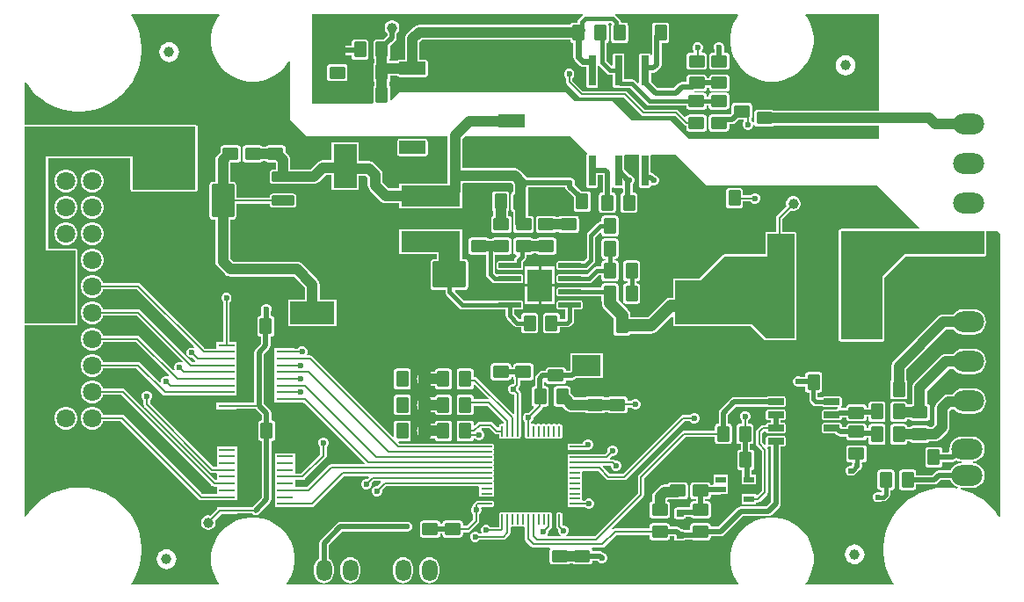
<source format=gtl>
G04*
G04 #@! TF.GenerationSoftware,Altium Limited,Altium Designer,23.8.1 (32)*
G04*
G04 Layer_Physical_Order=1*
G04 Layer_Color=255*
%FSLAX44Y44*%
%MOMM*%
G71*
G04*
G04 #@! TF.SameCoordinates,5CA60E89-82B3-479B-9089-D34F769FB2F0*
G04*
G04*
G04 #@! TF.FilePolarity,Positive*
G04*
G01*
G75*
%ADD14C,0.2000*%
G04:AMPARAMS|DCode=20|XSize=2.07mm|YSize=2.06mm|CornerRadius=0.103mm|HoleSize=0mm|Usage=FLASHONLY|Rotation=270.000|XOffset=0mm|YOffset=0mm|HoleType=Round|Shape=RoundedRectangle|*
%AMROUNDEDRECTD20*
21,1,2.0700,1.8540,0,0,270.0*
21,1,1.8640,2.0600,0,0,270.0*
1,1,0.2060,-0.9270,-0.9320*
1,1,0.2060,-0.9270,0.9320*
1,1,0.2060,0.9270,0.9320*
1,1,0.2060,0.9270,-0.9320*
%
%ADD20ROUNDEDRECTD20*%
G04:AMPARAMS|DCode=21|XSize=1.56mm|YSize=1.22mm|CornerRadius=0.061mm|HoleSize=0mm|Usage=FLASHONLY|Rotation=270.000|XOffset=0mm|YOffset=0mm|HoleType=Round|Shape=RoundedRectangle|*
%AMROUNDEDRECTD21*
21,1,1.5600,1.0980,0,0,270.0*
21,1,1.4380,1.2200,0,0,270.0*
1,1,0.1220,-0.5490,-0.7190*
1,1,0.1220,-0.5490,0.7190*
1,1,0.1220,0.5490,0.7190*
1,1,0.1220,0.5490,-0.7190*
%
%ADD21ROUNDEDRECTD21*%
G04:AMPARAMS|DCode=22|XSize=1.56mm|YSize=1.22mm|CornerRadius=0.061mm|HoleSize=0mm|Usage=FLASHONLY|Rotation=0.000|XOffset=0mm|YOffset=0mm|HoleType=Round|Shape=RoundedRectangle|*
%AMROUNDEDRECTD22*
21,1,1.5600,1.0980,0,0,0.0*
21,1,1.4380,1.2200,0,0,0.0*
1,1,0.1220,0.7190,-0.5490*
1,1,0.1220,-0.7190,-0.5490*
1,1,0.1220,-0.7190,0.5490*
1,1,0.1220,0.7190,0.5490*
%
%ADD22ROUNDEDRECTD22*%
%ADD23R,5.7000X2.0000*%
G04:AMPARAMS|DCode=24|XSize=0.45mm|YSize=2.15mm|CornerRadius=0.0113mm|HoleSize=0mm|Usage=FLASHONLY|Rotation=270.000|XOffset=0mm|YOffset=0mm|HoleType=Round|Shape=RoundedRectangle|*
%AMROUNDEDRECTD24*
21,1,0.4500,2.1275,0,0,270.0*
21,1,0.4275,2.1500,0,0,270.0*
1,1,0.0225,-1.0638,-0.2138*
1,1,0.0225,-1.0638,0.2138*
1,1,0.0225,1.0638,0.2138*
1,1,0.0225,1.0638,-0.2138*
%
%ADD24ROUNDEDRECTD24*%
%ADD25R,2.4000X3.1000*%
%ADD26R,1.0000X0.5500*%
G04:AMPARAMS|DCode=27|XSize=1mm|YSize=0.22mm|CornerRadius=0.0055mm|HoleSize=0mm|Usage=FLASHONLY|Rotation=180.000|XOffset=0mm|YOffset=0mm|HoleType=Round|Shape=RoundedRectangle|*
%AMROUNDEDRECTD27*
21,1,1.0000,0.2090,0,0,180.0*
21,1,0.9890,0.2200,0,0,180.0*
1,1,0.0110,-0.4945,0.1045*
1,1,0.0110,0.4945,0.1045*
1,1,0.0110,0.4945,-0.1045*
1,1,0.0110,-0.4945,-0.1045*
%
%ADD27ROUNDEDRECTD27*%
G04:AMPARAMS|DCode=28|XSize=1mm|YSize=0.22mm|CornerRadius=0.0055mm|HoleSize=0mm|Usage=FLASHONLY|Rotation=270.000|XOffset=0mm|YOffset=0mm|HoleType=Round|Shape=RoundedRectangle|*
%AMROUNDEDRECTD28*
21,1,1.0000,0.2090,0,0,270.0*
21,1,0.9890,0.2200,0,0,270.0*
1,1,0.0110,-0.1045,-0.4945*
1,1,0.0110,-0.1045,0.4945*
1,1,0.0110,0.1045,0.4945*
1,1,0.0110,0.1045,-0.4945*
%
%ADD28ROUNDEDRECTD28*%
G04:AMPARAMS|DCode=29|XSize=0.95mm|YSize=2.15mm|CornerRadius=0.0475mm|HoleSize=0mm|Usage=FLASHONLY|Rotation=90.000|XOffset=0mm|YOffset=0mm|HoleType=Round|Shape=RoundedRectangle|*
%AMROUNDEDRECTD29*
21,1,0.9500,2.0550,0,0,90.0*
21,1,0.8550,2.1500,0,0,90.0*
1,1,0.0950,1.0275,0.4275*
1,1,0.0950,1.0275,-0.4275*
1,1,0.0950,-1.0275,-0.4275*
1,1,0.0950,-1.0275,0.4275*
%
%ADD29ROUNDEDRECTD29*%
G04:AMPARAMS|DCode=30|XSize=3.25mm|YSize=2.15mm|CornerRadius=0.1075mm|HoleSize=0mm|Usage=FLASHONLY|Rotation=270.000|XOffset=0mm|YOffset=0mm|HoleType=Round|Shape=RoundedRectangle|*
%AMROUNDEDRECTD30*
21,1,3.2500,1.9350,0,0,270.0*
21,1,3.0350,2.1500,0,0,270.0*
1,1,0.2150,-0.9675,-1.5175*
1,1,0.2150,-0.9675,1.5175*
1,1,0.2150,0.9675,1.5175*
1,1,0.2150,0.9675,-1.5175*
%
%ADD30ROUNDEDRECTD30*%
G04:AMPARAMS|DCode=31|XSize=0.6mm|YSize=1.55mm|CornerRadius=0.03mm|HoleSize=0mm|Usage=FLASHONLY|Rotation=270.000|XOffset=0mm|YOffset=0mm|HoleType=Round|Shape=RoundedRectangle|*
%AMROUNDEDRECTD31*
21,1,0.6000,1.4900,0,0,270.0*
21,1,0.5400,1.5500,0,0,270.0*
1,1,0.0600,-0.7450,-0.2700*
1,1,0.0600,-0.7450,0.2700*
1,1,0.0600,0.7450,0.2700*
1,1,0.0600,0.7450,-0.2700*
%
%ADD31ROUNDEDRECTD31*%
G04:AMPARAMS|DCode=32|XSize=2.95mm|YSize=0.75mm|CornerRadius=0.0188mm|HoleSize=0mm|Usage=FLASHONLY|Rotation=90.000|XOffset=0mm|YOffset=0mm|HoleType=Round|Shape=RoundedRectangle|*
%AMROUNDEDRECTD32*
21,1,2.9500,0.7125,0,0,90.0*
21,1,2.9125,0.7500,0,0,90.0*
1,1,0.0375,0.3563,1.4563*
1,1,0.0375,0.3563,-1.4563*
1,1,0.0375,-0.3563,-1.4563*
1,1,0.0375,-0.3563,1.4563*
%
%ADD32ROUNDEDRECTD32*%
G04:AMPARAMS|DCode=33|XSize=0.7mm|YSize=0.7mm|CornerRadius=0.0525mm|HoleSize=0mm|Usage=FLASHONLY|Rotation=90.000|XOffset=0mm|YOffset=0mm|HoleType=Round|Shape=RoundedRectangle|*
%AMROUNDEDRECTD33*
21,1,0.7000,0.5950,0,0,90.0*
21,1,0.5950,0.7000,0,0,90.0*
1,1,0.1050,0.2975,0.2975*
1,1,0.1050,0.2975,-0.2975*
1,1,0.1050,-0.2975,-0.2975*
1,1,0.1050,-0.2975,0.2975*
%
%ADD33ROUNDEDRECTD33*%
G04:AMPARAMS|DCode=34|XSize=2.6mm|YSize=3.2mm|CornerRadius=0.13mm|HoleSize=0mm|Usage=FLASHONLY|Rotation=180.000|XOffset=0mm|YOffset=0mm|HoleType=Round|Shape=RoundedRectangle|*
%AMROUNDEDRECTD34*
21,1,2.6000,2.9400,0,0,180.0*
21,1,2.3400,3.2000,0,0,180.0*
1,1,0.2600,-1.1700,1.4700*
1,1,0.2600,1.1700,1.4700*
1,1,0.2600,1.1700,-1.4700*
1,1,0.2600,-1.1700,-1.4700*
%
%ADD34ROUNDEDRECTD34*%
G04:AMPARAMS|DCode=35|XSize=2.6mm|YSize=3.2mm|CornerRadius=0.13mm|HoleSize=0mm|Usage=FLASHONLY|Rotation=90.000|XOffset=0mm|YOffset=0mm|HoleType=Round|Shape=RoundedRectangle|*
%AMROUNDEDRECTD35*
21,1,2.6000,2.9400,0,0,90.0*
21,1,2.3400,3.2000,0,0,90.0*
1,1,0.2600,1.4700,1.1700*
1,1,0.2600,1.4700,-1.1700*
1,1,0.2600,-1.4700,-1.1700*
1,1,0.2600,-1.4700,1.1700*
%
%ADD35ROUNDEDRECTD35*%
%ADD36R,2.7500X2.0000*%
%ADD37C,1.0000*%
%ADD38R,1.5500X0.2500*%
G04:AMPARAMS|DCode=39|XSize=1.27mm|YSize=2.54mm|CornerRadius=0.0318mm|HoleSize=0mm|Usage=FLASHONLY|Rotation=90.000|XOffset=0mm|YOffset=0mm|HoleType=Round|Shape=RoundedRectangle|*
%AMROUNDEDRECTD39*
21,1,1.2700,2.4765,0,0,90.0*
21,1,1.2065,2.5400,0,0,90.0*
1,1,0.0635,1.2383,0.6033*
1,1,0.0635,1.2383,-0.6033*
1,1,0.0635,-1.2383,-0.6033*
1,1,0.0635,-1.2383,0.6033*
%
%ADD39ROUNDEDRECTD39*%
%ADD40R,4.2000X2.2000*%
%ADD41R,2.2000X4.2000*%
%ADD68C,0.5000*%
%ADD69C,1.0000*%
%ADD70C,0.4000*%
%ADD71C,0.6000*%
%ADD72C,2.0000*%
%ADD73C,1.2000*%
%ADD74O,1.5000X2.1000*%
%ADD75O,3.0000X2.0000*%
%ADD76C,1.8000*%
%ADD77C,0.6000*%
G36*
X543127Y553632D02*
X542633Y553302D01*
X542633Y553302D01*
X539118Y549787D01*
X538234Y548464D01*
X537924Y546903D01*
X536708Y546807D01*
X533412D01*
X532394Y546605D01*
X531530Y546028D01*
X530953Y545164D01*
X530826Y544524D01*
X385318D01*
X383491Y544284D01*
X381788Y543578D01*
X380326Y542456D01*
X373824Y535954D01*
X372701Y534492D01*
X371996Y532789D01*
X371756Y530962D01*
Y511111D01*
X366433D01*
X365529Y510932D01*
X364763Y510419D01*
X364333Y509776D01*
X356396D01*
Y511421D01*
X356708Y511629D01*
X357285Y512492D01*
X357487Y513510D01*
Y524063D01*
X362400Y528976D01*
X363395Y530465D01*
X363744Y532220D01*
Y536471D01*
X364757Y537484D01*
X365679Y539080D01*
X366156Y540860D01*
Y542704D01*
X365679Y544484D01*
X364757Y546080D01*
X363454Y547383D01*
X361858Y548305D01*
X360078Y548782D01*
X358234D01*
X356454Y548305D01*
X354858Y547383D01*
X353555Y546080D01*
X352633Y544484D01*
X352156Y542704D01*
Y540860D01*
X352633Y539080D01*
X353555Y537484D01*
X354568Y536471D01*
Y534121D01*
X350998Y530551D01*
X343846D01*
X342828Y530349D01*
X341964Y529772D01*
X341387Y528909D01*
X341185Y527890D01*
Y513510D01*
X341387Y512492D01*
X341964Y511629D01*
X342276Y511421D01*
Y508390D01*
X341964Y508182D01*
X341387Y507319D01*
X341185Y506300D01*
Y491920D01*
X341387Y490902D01*
X341964Y490039D01*
X342276Y489831D01*
Y486546D01*
X341964Y486338D01*
X341387Y485475D01*
X341185Y484456D01*
Y470076D01*
X340127Y468884D01*
X281887D01*
Y554902D01*
X542742D01*
X543127Y553632D01*
D02*
G37*
G36*
X828040Y461888D02*
X727084D01*
X726876Y462200D01*
X726012Y462776D01*
X724994Y462979D01*
X710614D01*
X709596Y462776D01*
X708732Y462200D01*
X708156Y461336D01*
X707953Y460318D01*
Y450712D01*
X706683Y450459D01*
X706295Y451396D01*
X705182Y452509D01*
X705257Y453787D01*
X705286Y453806D01*
X705863Y454670D01*
X706065Y455688D01*
Y466668D01*
X705863Y467686D01*
X705286Y468550D01*
X704422Y469127D01*
X703404Y469329D01*
X689024D01*
X688006Y469127D01*
X687142Y468550D01*
X686565Y467686D01*
X686363Y466668D01*
Y459515D01*
X685038Y458190D01*
X677716D01*
X677530Y458153D01*
X666926D01*
X665908Y457951D01*
X665044Y457374D01*
X664467Y456510D01*
X664265Y455492D01*
Y444512D01*
X664467Y443494D01*
X665044Y442630D01*
X665908Y442053D01*
X666926Y441851D01*
X681306D01*
X682324Y442053D01*
X683188Y442630D01*
X683764Y443494D01*
X683967Y444512D01*
Y449014D01*
X686938D01*
X688694Y449363D01*
X690182Y450358D01*
X692851Y453027D01*
X697652D01*
X698178Y451757D01*
X697817Y451396D01*
X697056Y449559D01*
Y447569D01*
X697817Y445732D01*
X699224Y444325D01*
X701061Y443564D01*
X703051D01*
X704888Y444325D01*
X706295Y445732D01*
X707056Y447569D01*
Y447833D01*
X708326Y448064D01*
X708732Y447456D01*
X709596Y446879D01*
X710614Y446677D01*
X724994D01*
X726012Y446879D01*
X726876Y447456D01*
X727084Y447768D01*
X828040D01*
Y434848D01*
X645414Y434848D01*
X627888Y452374D01*
X590042D01*
X571500Y470916D01*
X535178D01*
X526288Y479806D01*
X366887D01*
X358660Y471580D01*
X357487Y472066D01*
Y484456D01*
X357285Y485475D01*
X356708Y486338D01*
X356396Y486546D01*
Y489831D01*
X356708Y490039D01*
X357285Y490902D01*
X357487Y491920D01*
Y495656D01*
X364333D01*
X364763Y495013D01*
X365529Y494501D01*
X366433Y494321D01*
X391199D01*
X392103Y494501D01*
X392869Y495013D01*
X393382Y495779D01*
X393561Y496684D01*
Y508749D01*
X393382Y509653D01*
X392869Y510419D01*
X392103Y510932D01*
X391199Y511111D01*
X385876D01*
Y528037D01*
X388242Y530404D01*
X530751D01*
Y529766D01*
X530953Y528748D01*
X531530Y527884D01*
X532394Y527308D01*
X533412Y527105D01*
X533804D01*
Y513414D01*
X534192Y511463D01*
X535297Y509809D01*
X539102Y506004D01*
X540756Y504899D01*
X542707Y504511D01*
X546149D01*
Y485812D01*
X546319Y484958D01*
X546802Y484234D01*
X547526Y483751D01*
X548380Y483581D01*
X555504D01*
X556358Y483751D01*
X557082Y484234D01*
X557565Y484958D01*
X557735Y485812D01*
Y504549D01*
X559005Y505075D01*
X566590Y497490D01*
X567913Y496606D01*
X569474Y496296D01*
X571549D01*
Y485812D01*
X571719Y484958D01*
X572202Y484234D01*
X572926Y483751D01*
X573779Y483581D01*
X580905D01*
X581669Y483733D01*
X588861D01*
X604476Y468118D01*
X604476Y468118D01*
X605799Y467234D01*
X607360Y466924D01*
X607360Y466924D01*
X642675D01*
Y465512D01*
X642878Y464494D01*
X643454Y463630D01*
X644318Y463053D01*
X645336Y462851D01*
X659716D01*
X660734Y463053D01*
X661598Y463630D01*
X662175Y464494D01*
X662377Y465512D01*
Y466924D01*
X664265D01*
Y465512D01*
X664467Y464494D01*
X665044Y463630D01*
X665908Y463053D01*
X666926Y462851D01*
X681306D01*
X682324Y463053D01*
X683188Y463630D01*
X683764Y464494D01*
X683967Y465512D01*
Y476492D01*
X683764Y477510D01*
X683188Y478374D01*
X682324Y478951D01*
X681306Y479153D01*
X666926D01*
X665908Y478951D01*
X665044Y478374D01*
X664467Y477510D01*
X664265Y476492D01*
Y475080D01*
X662377D01*
Y476492D01*
X662175Y477510D01*
X661598Y478374D01*
X660734Y478951D01*
X659716Y479153D01*
X650907D01*
X650398Y480423D01*
X650436Y480459D01*
X659970D01*
X660988Y480662D01*
X661852Y481238D01*
X662429Y482102D01*
X662631Y483120D01*
Y484022D01*
X664519D01*
Y483120D01*
X664722Y482102D01*
X665298Y481238D01*
X666162Y480661D01*
X667180Y480459D01*
X681560D01*
X682578Y480661D01*
X683442Y481238D01*
X684018Y482102D01*
X684221Y483120D01*
Y494100D01*
X684018Y495118D01*
X683442Y495982D01*
X682578Y496558D01*
X681560Y496761D01*
X667180D01*
X666162Y496558D01*
X665298Y495982D01*
X664722Y495118D01*
X664519Y494100D01*
Y493198D01*
X662631D01*
Y494100D01*
X662429Y495118D01*
X661852Y495982D01*
X660988Y496559D01*
X659970Y496761D01*
X645590D01*
X644572Y496559D01*
X643708Y495982D01*
X643131Y495118D01*
X642929Y494100D01*
Y489598D01*
X638239D01*
X636483Y489249D01*
X634995Y488254D01*
X630401Y483660D01*
X614944D01*
X608580Y490024D01*
Y498271D01*
X611063D01*
X612819Y498620D01*
X614307Y499615D01*
X617540Y502848D01*
X618535Y504336D01*
X618884Y506092D01*
Y527105D01*
X623386D01*
X624404Y527308D01*
X625268Y527884D01*
X625845Y528748D01*
X626047Y529766D01*
Y544146D01*
X625845Y545164D01*
X625268Y546028D01*
X624404Y546605D01*
X623386Y546807D01*
X612406D01*
X611388Y546605D01*
X610524Y546028D01*
X609948Y545164D01*
X609745Y544146D01*
Y533542D01*
X609708Y533356D01*
Y515549D01*
X608438Y515424D01*
X608365Y515790D01*
X607882Y516514D01*
X607158Y516997D01*
X606305Y517167D01*
X599179D01*
X598326Y516997D01*
X597602Y516514D01*
X597119Y515790D01*
X596949Y514936D01*
Y488840D01*
X595776Y488354D01*
X593434Y490695D01*
X592111Y491579D01*
X590550Y491890D01*
X590550Y491890D01*
X583135D01*
Y514936D01*
X582965Y515790D01*
X582482Y516514D01*
X581758Y516997D01*
X580905Y517167D01*
X573779D01*
X572926Y516997D01*
X572202Y516514D01*
X571719Y515790D01*
X571549Y514936D01*
Y505863D01*
X570279Y505336D01*
X565418Y510197D01*
Y527110D01*
X566410Y527308D01*
X567274Y527884D01*
X567851Y528748D01*
X568053Y529766D01*
Y544146D01*
X567869Y545070D01*
X567879Y545209D01*
X568593Y546340D01*
X569835D01*
X570626Y545237D01*
X570578Y545164D01*
X570375Y544146D01*
Y540292D01*
X570328Y540056D01*
X570375Y539820D01*
Y529766D01*
X570578Y528748D01*
X571154Y527884D01*
X572018Y527308D01*
X573036Y527105D01*
X584016D01*
X585034Y527308D01*
X585898Y527884D01*
X586475Y528748D01*
X586677Y529766D01*
Y544146D01*
X586475Y545164D01*
X585898Y546028D01*
X585034Y546604D01*
X584016Y546807D01*
X580720D01*
X579504Y546903D01*
X579194Y548464D01*
X578310Y549787D01*
X578310Y549787D01*
X574795Y553302D01*
X574301Y553632D01*
X574686Y554902D01*
X692270D01*
X692846Y553771D01*
X690815Y550975D01*
X687949Y545350D01*
X685998Y539345D01*
X685010Y533109D01*
Y526795D01*
X685998Y520559D01*
X687949Y514554D01*
X690815Y508929D01*
X694526Y503821D01*
X698991Y499356D01*
X704099Y495645D01*
X709724Y492779D01*
X715729Y490828D01*
X721965Y489840D01*
X728279D01*
X734515Y490828D01*
X740520Y492779D01*
X746145Y495645D01*
X751253Y499356D01*
X755718Y503821D01*
X759429Y508929D01*
X762295Y514554D01*
X764246Y520559D01*
X765234Y526795D01*
Y533109D01*
X764246Y539345D01*
X762295Y545350D01*
X759429Y550975D01*
X757398Y553771D01*
X757974Y554902D01*
X828040D01*
Y461888D01*
D02*
G37*
G36*
X192846Y553771D02*
X190815Y550975D01*
X187949Y545350D01*
X185998Y539345D01*
X185010Y533109D01*
Y526795D01*
X185998Y520559D01*
X187949Y514554D01*
X190815Y508929D01*
X194526Y503821D01*
X198991Y499356D01*
X204099Y495645D01*
X209724Y492779D01*
X215729Y490828D01*
X221965Y489840D01*
X228279D01*
X234515Y490828D01*
X240520Y492779D01*
X246145Y495645D01*
X251253Y499356D01*
X255718Y503821D01*
X259429Y508929D01*
X259877Y509809D01*
X261112Y509512D01*
Y453644D01*
X277368Y437388D01*
X412860D01*
Y399305D01*
Y391828D01*
X365994D01*
Y386888D01*
X355886D01*
X349960Y392814D01*
Y400288D01*
X349720Y402116D01*
X349015Y403818D01*
X347892Y405281D01*
X342035Y411138D01*
X340572Y412261D01*
X338870Y412966D01*
X337042Y413206D01*
X327198D01*
Y431610D01*
X301198D01*
Y413968D01*
X292608D01*
X290781Y413728D01*
X289078Y413022D01*
X287616Y411900D01*
X280933Y405218D01*
X261322D01*
Y414530D01*
X261082Y416357D01*
X260376Y418060D01*
X259254Y419523D01*
X256659Y422118D01*
Y425774D01*
X256457Y426792D01*
X255880Y427656D01*
X255016Y428233D01*
X253998Y428435D01*
X239618D01*
X238600Y428233D01*
X237736Y427656D01*
X237528Y427344D01*
X234498D01*
X234290Y427656D01*
X233426Y428233D01*
X232408Y428435D01*
X218028D01*
X217010Y428233D01*
X216146Y427656D01*
X215569Y426792D01*
X215367Y425774D01*
Y414794D01*
X215569Y413776D01*
X216146Y412912D01*
X217010Y412336D01*
X218028Y412133D01*
X232408D01*
X233426Y412336D01*
X234290Y412912D01*
X234498Y413224D01*
X237528D01*
X237736Y412912D01*
X238600Y412336D01*
X239618Y412133D01*
X246674D01*
X247202Y411605D01*
Y404957D01*
X243987D01*
X243021Y404764D01*
X242203Y404217D01*
X241656Y403399D01*
X241464Y402433D01*
Y393883D01*
X241656Y392917D01*
X242203Y392099D01*
X243021Y391552D01*
X243987Y391359D01*
X252383D01*
X252435Y391338D01*
X254262Y391098D01*
X283858D01*
X285685Y391338D01*
X287388Y392043D01*
X288850Y393166D01*
X295532Y399848D01*
X301198D01*
Y385610D01*
X327198D01*
Y399086D01*
X334118D01*
X335840Y397364D01*
Y389890D01*
X336080Y388063D01*
X336786Y386360D01*
X337908Y384898D01*
X347970Y374836D01*
X349432Y373713D01*
X351135Y373008D01*
X352962Y372768D01*
X365994D01*
Y367828D01*
X426994D01*
Y391828D01*
X428091Y392245D01*
X474464D01*
X476093Y390615D01*
X476046Y390257D01*
Y383899D01*
X475498Y383791D01*
X474634Y383214D01*
X474058Y382350D01*
X473855Y381332D01*
Y366952D01*
X474058Y365934D01*
X474634Y365070D01*
X475498Y364493D01*
X476046Y364384D01*
Y353484D01*
X476051Y353444D01*
Y346894D01*
X476254Y345876D01*
X476830Y345012D01*
X477694Y344435D01*
X478712Y344233D01*
X493092D01*
X494110Y344435D01*
X494974Y345012D01*
X495550Y345876D01*
X495753Y346894D01*
Y357874D01*
X495550Y358892D01*
X494974Y359756D01*
X494110Y360332D01*
X493092Y360535D01*
X490166D01*
Y387454D01*
X490658Y388096D01*
X526021D01*
X526304Y386673D01*
X527299Y385184D01*
X534188Y378296D01*
Y376218D01*
X534225Y376032D01*
Y373788D01*
X534216Y373718D01*
X534225Y373648D01*
Y367206D01*
X534427Y366188D01*
X535004Y365324D01*
X535868Y364748D01*
X536886Y364545D01*
X547866D01*
X548884Y364748D01*
X549748Y365324D01*
X550325Y366188D01*
X550527Y367206D01*
Y381586D01*
X550325Y382604D01*
X549748Y383468D01*
X548884Y384044D01*
X547866Y384247D01*
X541213D01*
X535131Y390329D01*
Y391157D01*
X535352Y391689D01*
Y393679D01*
X534591Y395516D01*
X533184Y396923D01*
X531347Y397684D01*
X529357D01*
X528363Y397272D01*
X489406D01*
X482381Y404297D01*
X480918Y405420D01*
X479216Y406125D01*
X477388Y406366D01*
X426981D01*
Y434776D01*
X429593Y437388D01*
X531183D01*
X546639Y421932D01*
X546802Y420513D01*
X546319Y419790D01*
X546149Y418937D01*
Y389812D01*
X546319Y388958D01*
X546802Y388234D01*
X547526Y387751D01*
X548380Y387581D01*
X555504D01*
X556358Y387751D01*
X557082Y388234D01*
X557565Y388958D01*
X557735Y389812D01*
Y399786D01*
X562000D01*
Y382977D01*
X561098D01*
X560080Y382775D01*
X559216Y382198D01*
X558639Y381334D01*
X558437Y380316D01*
Y365936D01*
X558639Y364918D01*
X559216Y364054D01*
X560080Y363478D01*
X561098Y363275D01*
X572078D01*
X573096Y363478D01*
X573960Y364054D01*
X574537Y364918D01*
X574739Y365936D01*
Y380316D01*
X574537Y381334D01*
X573960Y382198D01*
X573096Y382775D01*
X572078Y382977D01*
X571176D01*
Y387509D01*
X571568Y387786D01*
X572446Y388072D01*
X572926Y387751D01*
X573779Y387581D01*
X580905D01*
X581900Y386484D01*
Y382938D01*
X581080Y382775D01*
X580216Y382198D01*
X579640Y381334D01*
X579437Y380316D01*
Y365936D01*
X579640Y364918D01*
X580216Y364054D01*
X581080Y363478D01*
X582098Y363275D01*
X593078D01*
X594096Y363478D01*
X594960Y364054D01*
X595537Y364918D01*
X595739Y365936D01*
Y380316D01*
X595537Y381334D01*
X594960Y382198D01*
X594096Y382775D01*
X593078Y382977D01*
X591076D01*
Y391473D01*
X591741Y392138D01*
X592502Y393975D01*
Y395965D01*
X591741Y397802D01*
X590334Y399209D01*
X588497Y399970D01*
X588235D01*
X583135Y405070D01*
Y418936D01*
X583269Y419100D01*
X596815D01*
X596949Y418936D01*
Y389812D01*
X597119Y388958D01*
X597602Y388234D01*
X598326Y387751D01*
X599179Y387581D01*
X606305D01*
X607158Y387751D01*
X607882Y388234D01*
X608365Y388958D01*
X608405Y389161D01*
X609584Y389931D01*
X609805Y389956D01*
X610383Y389716D01*
X612373D01*
X614210Y390477D01*
X615617Y391884D01*
X616378Y393721D01*
Y395711D01*
X615617Y397548D01*
X614210Y398955D01*
X613216Y399367D01*
X611565Y401018D01*
X610076Y402012D01*
X608535Y402319D01*
Y418936D01*
X608669Y419100D01*
X632460D01*
X661670Y389890D01*
X826516D01*
X867245Y349160D01*
X866759Y347987D01*
X791464D01*
X790684Y347832D01*
X790022Y347390D01*
X789580Y346728D01*
X789425Y345948D01*
Y241554D01*
X789580Y240774D01*
X790022Y240112D01*
X790684Y239670D01*
X791464Y239515D01*
X831342D01*
X832122Y239670D01*
X832784Y240112D01*
X833226Y240774D01*
X833381Y241554D01*
Y300907D01*
X854031Y321557D01*
X929640D01*
X930420Y321712D01*
X931082Y322154D01*
X931524Y322816D01*
X931679Y323596D01*
Y345948D01*
X942204D01*
X944902Y343250D01*
Y70993D01*
X943632Y70607D01*
X940873Y74737D01*
X937133Y79294D01*
X932964Y83463D01*
X928407Y87203D01*
X923505Y90478D01*
X918306Y93257D01*
X912860Y95513D01*
X907218Y97224D01*
X907199Y97228D01*
X907406Y98482D01*
X908130Y98386D01*
X918130D01*
X921263Y98799D01*
X924182Y100008D01*
X926689Y101931D01*
X928612Y104438D01*
X929821Y107357D01*
X930234Y110490D01*
X929821Y113623D01*
X928612Y116542D01*
X926689Y119049D01*
X924182Y120972D01*
X921263Y122181D01*
X918465Y122549D01*
Y123830D01*
X921263Y124199D01*
X924182Y125408D01*
X926689Y127331D01*
X928612Y129838D01*
X929821Y132757D01*
X930234Y135890D01*
X929821Y139023D01*
X928612Y141942D01*
X926689Y144448D01*
X924182Y146372D01*
X921263Y147581D01*
X918130Y147994D01*
X908130D01*
X904997Y147581D01*
X902078Y146372D01*
X899572Y144448D01*
X897648Y141942D01*
X896439Y139023D01*
X896027Y135890D01*
X896292Y133874D01*
X895178Y132604D01*
X889109D01*
Y135206D01*
X888906Y136224D01*
X888330Y137088D01*
X887466Y137664D01*
X886448Y137867D01*
X875468D01*
X874450Y137664D01*
X873586Y137088D01*
X873009Y136224D01*
X872807Y135206D01*
Y120826D01*
X873009Y119808D01*
X873586Y118944D01*
X874450Y118368D01*
X875468Y118165D01*
X886448D01*
X887466Y118368D01*
X888330Y118944D01*
X888906Y119808D01*
X889109Y120826D01*
Y123428D01*
X899276D01*
X901032Y123777D01*
X902520Y124772D01*
X902841Y125092D01*
X904997Y124199D01*
X907795Y123830D01*
Y122549D01*
X904997Y122181D01*
X902078Y120972D01*
X899572Y119049D01*
X897648Y116542D01*
X897042Y115078D01*
X885698D01*
X883942Y114729D01*
X882454Y113734D01*
X879480Y110760D01*
X864217D01*
Y113362D01*
X864015Y114380D01*
X863438Y115244D01*
X862574Y115821D01*
X861556Y116023D01*
X850576D01*
X849558Y115821D01*
X848694Y115244D01*
X848118Y114380D01*
X847915Y113362D01*
Y98982D01*
X848118Y97964D01*
X848694Y97100D01*
X849558Y96524D01*
X850576Y96321D01*
X861556D01*
X862574Y96524D01*
X863438Y97100D01*
X864015Y97964D01*
X864217Y98982D01*
Y101584D01*
X881380D01*
X883136Y101933D01*
X884624Y102928D01*
X887598Y105902D01*
X897042D01*
X897648Y104438D01*
X899572Y101931D01*
X902078Y100008D01*
X904245Y99110D01*
X903874Y97889D01*
X901437Y98374D01*
X895570Y98952D01*
X889675D01*
X883808Y98374D01*
X878026Y97224D01*
X872384Y95513D01*
X866938Y93257D01*
X861739Y90478D01*
X856837Y87203D01*
X852280Y83463D01*
X848111Y79294D01*
X844371Y74737D01*
X841096Y69836D01*
X838317Y64636D01*
X836061Y59190D01*
X834350Y53548D01*
X833200Y47767D01*
X832622Y41900D01*
Y36005D01*
X833200Y30138D01*
X834350Y24356D01*
X836061Y18714D01*
X838317Y13268D01*
X841096Y8069D01*
X842333Y6218D01*
X841734Y5098D01*
X758044D01*
X757468Y6229D01*
X759429Y8929D01*
X762295Y14554D01*
X764246Y20559D01*
X765234Y26795D01*
Y33109D01*
X764246Y39345D01*
X762295Y45350D01*
X759429Y50975D01*
X755718Y56083D01*
X751253Y60548D01*
X746145Y64259D01*
X740520Y67125D01*
X734515Y69076D01*
X728279Y70064D01*
X721965D01*
X715729Y69076D01*
X709724Y67125D01*
X704099Y64259D01*
X698991Y60548D01*
X694526Y56083D01*
X690815Y50975D01*
X687949Y45350D01*
X685998Y39345D01*
X685010Y33109D01*
Y26795D01*
X685998Y20559D01*
X687949Y14554D01*
X690815Y8929D01*
X692776Y6229D01*
X692200Y5098D01*
X258044D01*
X257468Y6229D01*
X259429Y8929D01*
X262295Y14554D01*
X264246Y20559D01*
X265234Y26795D01*
Y33109D01*
X264246Y39345D01*
X262295Y45350D01*
X259429Y50975D01*
X255718Y56083D01*
X251253Y60548D01*
X246145Y64259D01*
X240520Y67125D01*
X234515Y69076D01*
X228279Y70064D01*
X221965D01*
X215729Y69076D01*
X209724Y67125D01*
X204099Y64259D01*
X198991Y60548D01*
X194526Y56083D01*
X190815Y50975D01*
X187949Y45350D01*
X185998Y39345D01*
X185010Y33109D01*
Y26795D01*
X185998Y20559D01*
X187949Y14554D01*
X190815Y8929D01*
X192776Y6229D01*
X192200Y5098D01*
X108510D01*
X107911Y6218D01*
X109148Y8069D01*
X111927Y13268D01*
X114183Y18714D01*
X115894Y24356D01*
X117044Y30138D01*
X117622Y36005D01*
Y41900D01*
X117044Y47767D01*
X115894Y53548D01*
X114183Y59190D01*
X111927Y64636D01*
X109148Y69836D01*
X105873Y74737D01*
X102133Y79294D01*
X97964Y83463D01*
X93407Y87203D01*
X88505Y90478D01*
X83306Y93257D01*
X77860Y95513D01*
X72218Y97224D01*
X66437Y98374D01*
X60570Y98952D01*
X54675D01*
X48808Y98374D01*
X43026Y97224D01*
X37384Y95513D01*
X31938Y93257D01*
X26739Y90478D01*
X21837Y87203D01*
X17280Y83463D01*
X13111Y79294D01*
X9372Y74737D01*
X6368Y70242D01*
X5098Y70627D01*
Y255009D01*
X54102Y255009D01*
X54882Y255164D01*
X55544Y255606D01*
X55986Y256268D01*
X56141Y257048D01*
Y327052D01*
X55986Y327832D01*
X55544Y328494D01*
X54882Y328936D01*
X54102Y329091D01*
X27947D01*
Y415791D01*
X107181D01*
Y386080D01*
X107181Y386080D01*
X107336Y385300D01*
X107778Y384638D01*
X107963Y384453D01*
X108625Y384011D01*
X109405Y383856D01*
X169799D01*
X170579Y384011D01*
X171241Y384453D01*
X171683Y385115D01*
X171838Y385895D01*
Y446322D01*
X171683Y447102D01*
X171241Y447764D01*
X170579Y448206D01*
X169799Y448361D01*
X5098D01*
Y489277D01*
X6368Y489662D01*
X9372Y485167D01*
X13111Y480610D01*
X17280Y476441D01*
X21837Y472701D01*
X26739Y469426D01*
X31938Y466647D01*
X37384Y464391D01*
X43026Y462680D01*
X48808Y461530D01*
X54675Y460952D01*
X60570D01*
X66437Y461530D01*
X72218Y462680D01*
X77860Y464391D01*
X83306Y466647D01*
X88505Y469426D01*
X93407Y472701D01*
X97964Y476441D01*
X102133Y480610D01*
X105873Y485167D01*
X109148Y490069D01*
X111927Y495268D01*
X114183Y500714D01*
X115894Y506356D01*
X117044Y512138D01*
X117622Y518004D01*
Y523900D01*
X117044Y529767D01*
X115894Y535549D01*
X114183Y541190D01*
X111927Y546636D01*
X109148Y551836D01*
X107847Y553782D01*
X108446Y554902D01*
X192269D01*
X192846Y553771D01*
D02*
G37*
G36*
X169799Y385895D02*
X109405D01*
X109220Y386080D01*
Y417830D01*
X25908D01*
Y327052D01*
X54102D01*
Y257048D01*
X5098Y257048D01*
Y446322D01*
X169799D01*
Y385895D01*
D02*
G37*
G36*
X929640Y323596D02*
X853186D01*
X831342Y301752D01*
Y241554D01*
X791464D01*
Y345948D01*
X929640D01*
Y323596D01*
D02*
G37*
%LPC*%
G36*
X333826Y530551D02*
X322846D01*
X321828Y530349D01*
X320964Y529772D01*
X320387Y528909D01*
X320185Y527890D01*
Y524696D01*
X307170D01*
X305414Y524347D01*
X303926Y523353D01*
X303334Y522760D01*
X302339Y521272D01*
X301990Y519516D01*
X302339Y517760D01*
X303334Y516272D01*
X304822Y515277D01*
X306578Y514928D01*
X308334Y515277D01*
X308697Y515520D01*
X320185D01*
Y513510D01*
X320387Y512492D01*
X320964Y511629D01*
X321828Y511052D01*
X322846Y510849D01*
X333826D01*
X334844Y511052D01*
X335708Y511629D01*
X336284Y512492D01*
X336487Y513510D01*
Y527890D01*
X336284Y528909D01*
X335708Y529772D01*
X334844Y530349D01*
X333826Y530551D01*
D02*
G37*
G36*
X313768Y506667D02*
X299388D01*
X298370Y506465D01*
X297506Y505888D01*
X296929Y505024D01*
X296727Y504006D01*
Y493026D01*
X296929Y492008D01*
X297506Y491144D01*
X298370Y490567D01*
X299388Y490365D01*
X313768D01*
X314786Y490567D01*
X315650Y491144D01*
X316227Y492008D01*
X316429Y493026D01*
Y504006D01*
X316227Y505024D01*
X315650Y505888D01*
X314786Y506465D01*
X313768Y506667D01*
D02*
G37*
G36*
X654537Y527478D02*
X652547D01*
X650710Y526717D01*
X649303Y525310D01*
X648542Y523473D01*
Y521483D01*
X649303Y519646D01*
X649918Y519031D01*
X649392Y517761D01*
X645590D01*
X644572Y517559D01*
X643708Y516982D01*
X643131Y516118D01*
X642929Y515100D01*
Y504120D01*
X643131Y503102D01*
X643708Y502238D01*
X644572Y501661D01*
X645590Y501459D01*
X659970D01*
X660988Y501661D01*
X661852Y502238D01*
X662429Y503102D01*
X662631Y504120D01*
Y515100D01*
X662429Y516118D01*
X661852Y516982D01*
X660988Y517559D01*
X659970Y517761D01*
X657692D01*
X657166Y519031D01*
X657781Y519646D01*
X658542Y521483D01*
Y523473D01*
X657781Y525310D01*
X656374Y526717D01*
X654537Y527478D01*
D02*
G37*
G36*
X675365Y527986D02*
X673375D01*
X671538Y527225D01*
X670131Y525818D01*
X669370Y523981D01*
Y521991D01*
X669782Y520997D01*
Y517761D01*
X667180D01*
X666162Y517559D01*
X665298Y516982D01*
X664722Y516118D01*
X664519Y515100D01*
Y504120D01*
X664722Y503102D01*
X665298Y502238D01*
X666162Y501661D01*
X667180Y501459D01*
X681560D01*
X682578Y501661D01*
X683442Y502238D01*
X684018Y503102D01*
X684221Y504120D01*
Y515100D01*
X684018Y516118D01*
X683442Y516982D01*
X682578Y517559D01*
X681560Y517761D01*
X678958D01*
Y520997D01*
X679370Y521991D01*
Y523981D01*
X678609Y525818D01*
X677202Y527225D01*
X675365Y527986D01*
D02*
G37*
G36*
X796036Y515042D02*
X793556Y514715D01*
X791245Y513758D01*
X789260Y512235D01*
X787738Y510251D01*
X786780Y507940D01*
X786454Y505460D01*
X786780Y502980D01*
X787738Y500669D01*
X789260Y498685D01*
X791245Y497162D01*
X793556Y496204D01*
X796036Y495878D01*
X798516Y496204D01*
X800827Y497162D01*
X802811Y498685D01*
X804334Y500669D01*
X805292Y502980D01*
X805618Y505460D01*
X805292Y507940D01*
X804334Y510251D01*
X802811Y512235D01*
X800827Y513758D01*
X798516Y514715D01*
X796036Y515042D01*
D02*
G37*
G36*
X530839Y502078D02*
X528849D01*
X527012Y501317D01*
X525605Y499910D01*
X524844Y498073D01*
Y496083D01*
X525605Y494246D01*
X526785Y493066D01*
Y489624D01*
X526785Y489624D01*
X527018Y488453D01*
X527681Y487461D01*
X539619Y475523D01*
X539619Y475523D01*
X540611Y474860D01*
X541782Y474627D01*
X582513D01*
X599563Y457577D01*
X600555Y456914D01*
X601726Y456681D01*
X631673D01*
X641035Y447899D01*
X641501Y447609D01*
X641957Y447304D01*
X642006Y447294D01*
X642048Y447268D01*
X642590Y447178D01*
X642675Y447161D01*
Y444512D01*
X642878Y443494D01*
X643454Y442630D01*
X644318Y442053D01*
X645336Y441851D01*
X659716D01*
X660734Y442053D01*
X661598Y442630D01*
X662175Y443494D01*
X662377Y444512D01*
Y455492D01*
X662175Y456510D01*
X661598Y457374D01*
X660734Y457951D01*
X659716Y458153D01*
X645336D01*
X644318Y457951D01*
X643454Y457374D01*
X642878Y456510D01*
X642842Y456333D01*
X641459Y455889D01*
X634975Y461971D01*
X634510Y462261D01*
X634053Y462566D01*
X634005Y462576D01*
X633962Y462602D01*
X633421Y462692D01*
X632883Y462799D01*
X602993D01*
X585943Y479849D01*
X584951Y480512D01*
X583780Y480745D01*
X583780Y480745D01*
X543049D01*
X532903Y490891D01*
Y493066D01*
X534083Y494246D01*
X534844Y496083D01*
Y498073D01*
X534083Y499910D01*
X532676Y501317D01*
X530839Y502078D01*
D02*
G37*
G36*
X144526Y527742D02*
X142046Y527416D01*
X139735Y526458D01*
X137751Y524935D01*
X136228Y522951D01*
X135271Y520640D01*
X134944Y518160D01*
X135271Y515680D01*
X136228Y513369D01*
X137751Y511385D01*
X139735Y509862D01*
X142046Y508904D01*
X144526Y508578D01*
X147006Y508904D01*
X149317Y509862D01*
X151301Y511385D01*
X152824Y513369D01*
X153781Y515680D01*
X154108Y518160D01*
X153781Y520640D01*
X152824Y522951D01*
X151301Y524935D01*
X149317Y526458D01*
X147006Y527416D01*
X144526Y527742D01*
D02*
G37*
G36*
X391199Y434811D02*
X366433D01*
X365529Y434632D01*
X364763Y434119D01*
X364250Y433353D01*
X364071Y432449D01*
Y420383D01*
X364250Y419479D01*
X364763Y418713D01*
X365529Y418200D01*
X366433Y418021D01*
X391199D01*
X392103Y418200D01*
X392869Y418713D01*
X393382Y419479D01*
X393561Y420383D01*
Y432449D01*
X393382Y433353D01*
X392869Y434119D01*
X392103Y434632D01*
X391199Y434811D01*
D02*
G37*
G36*
X71770Y405252D02*
X68874D01*
X66076Y404502D01*
X63568Y403054D01*
X61520Y401006D01*
X60072Y398498D01*
X59322Y395700D01*
Y392804D01*
X60072Y390006D01*
X61520Y387498D01*
X63568Y385450D01*
X66076Y384002D01*
X68874Y383252D01*
X71770D01*
X74568Y384002D01*
X77076Y385450D01*
X79124Y387498D01*
X80572Y390006D01*
X81322Y392804D01*
Y395700D01*
X80572Y398498D01*
X79124Y401006D01*
X77076Y403054D01*
X74568Y404502D01*
X71770Y405252D01*
D02*
G37*
G36*
X46370D02*
X43474D01*
X40676Y404502D01*
X38168Y403054D01*
X36120Y401006D01*
X34672Y398498D01*
X33922Y395700D01*
Y392804D01*
X34672Y390006D01*
X36120Y387498D01*
X38168Y385450D01*
X40676Y384002D01*
X43474Y383252D01*
X46370D01*
X49168Y384002D01*
X51676Y385450D01*
X53724Y387498D01*
X55172Y390006D01*
X55922Y392804D01*
Y395700D01*
X55172Y398498D01*
X53724Y401006D01*
X51676Y403054D01*
X49168Y404502D01*
X46370Y405252D01*
D02*
G37*
G36*
X694678Y387549D02*
X683698D01*
X682680Y387346D01*
X681816Y386770D01*
X681239Y385906D01*
X681037Y384888D01*
Y370508D01*
X681239Y369490D01*
X681816Y368626D01*
X682680Y368050D01*
X683698Y367847D01*
X694678D01*
X695696Y368050D01*
X696560Y368626D01*
X697137Y369490D01*
X697339Y370508D01*
Y374385D01*
X704648D01*
X705828Y373205D01*
X707665Y372444D01*
X709655D01*
X711492Y373205D01*
X712899Y374612D01*
X713660Y376449D01*
Y378439D01*
X712899Y380276D01*
X711492Y381683D01*
X709655Y382444D01*
X707665D01*
X705828Y381683D01*
X704648Y380503D01*
X697339D01*
Y384888D01*
X697137Y385906D01*
X696560Y386770D01*
X695696Y387346D01*
X694678Y387549D01*
D02*
G37*
G36*
X210818Y428435D02*
X196438D01*
X195420Y428233D01*
X194556Y427656D01*
X193979Y426792D01*
X193777Y425774D01*
Y422118D01*
X191269Y419610D01*
X190147Y418148D01*
X189442Y416445D01*
X189202Y414618D01*
Y393468D01*
X186587D01*
X185387Y393230D01*
X184370Y392550D01*
X183690Y391533D01*
X183452Y390333D01*
Y359983D01*
X183690Y358783D01*
X184370Y357766D01*
X185387Y357086D01*
X186587Y356848D01*
X189202D01*
Y349460D01*
Y316564D01*
X189442Y314737D01*
X190147Y313034D01*
X191269Y311572D01*
X198716Y304126D01*
X200178Y303004D01*
X201881Y302298D01*
X203708Y302058D01*
X264792D01*
X275464Y291385D01*
Y279954D01*
X259524D01*
Y253954D01*
X305524D01*
Y279954D01*
X289584D01*
Y294310D01*
X289344Y296137D01*
X288638Y297840D01*
X287516Y299302D01*
X272708Y314110D01*
X271246Y315233D01*
X269543Y315938D01*
X267716Y316178D01*
X206632D01*
X203322Y319489D01*
Y349460D01*
Y356848D01*
X205937D01*
X207137Y357086D01*
X208154Y357766D01*
X208834Y358783D01*
X209072Y359983D01*
Y372099D01*
X241464D01*
Y370883D01*
X241656Y369917D01*
X242203Y369099D01*
X243021Y368552D01*
X243987Y368359D01*
X264537D01*
X265503Y368552D01*
X266321Y369099D01*
X266868Y369917D01*
X267061Y370883D01*
Y379433D01*
X266868Y380399D01*
X266321Y381217D01*
X265503Y381764D01*
X264537Y381956D01*
X243987D01*
X243021Y381764D01*
X242203Y381217D01*
X241656Y380399D01*
X241464Y379433D01*
Y378217D01*
X209072D01*
Y390333D01*
X208834Y391533D01*
X208154Y392550D01*
X207137Y393230D01*
X205937Y393468D01*
X203322D01*
Y411693D01*
X203762Y412133D01*
X210818D01*
X211836Y412336D01*
X212700Y412912D01*
X213277Y413776D01*
X213479Y414794D01*
Y425774D01*
X213277Y426792D01*
X212700Y427656D01*
X211836Y428233D01*
X210818Y428435D01*
D02*
G37*
G36*
X746666Y379364D02*
X744822D01*
X743042Y378887D01*
X741446Y377965D01*
X740143Y376662D01*
X739221Y375066D01*
X738744Y373286D01*
Y371442D01*
X739114Y370060D01*
X730119Y361065D01*
X729456Y360073D01*
X729223Y358902D01*
X729223Y358902D01*
Y345285D01*
X722047D01*
X721919Y345260D01*
X720747D01*
X719967Y345105D01*
X719305Y344663D01*
X718863Y344001D01*
X718708Y343221D01*
Y342049D01*
X718682Y341921D01*
Y323485D01*
X711681D01*
X711580Y323505D01*
X693040D01*
X692939Y323485D01*
X679078D01*
X678298Y323330D01*
X677636Y322888D01*
X655231Y300483D01*
X631874D01*
X631677Y300444D01*
X629874D01*
Y298641D01*
X629835Y298444D01*
Y281627D01*
X627380D01*
X625292Y281352D01*
X623345Y280546D01*
X621674Y279264D01*
X605496Y263085D01*
X588706D01*
X588699Y263121D01*
Y264925D01*
X588424Y267013D01*
X587618Y268960D01*
X586336Y270631D01*
X577297Y279669D01*
Y285650D01*
X577279Y285786D01*
Y292940D01*
X577077Y293958D01*
X576500Y294822D01*
X575636Y295399D01*
X574618Y295601D01*
X563638D01*
X562620Y295399D01*
X561756Y294822D01*
X561180Y293958D01*
X560977Y292940D01*
Y291352D01*
X541886D01*
X541812Y291401D01*
X540988Y291565D01*
X519713D01*
X518889Y291401D01*
X518190Y290935D01*
X517723Y290236D01*
X517559Y289412D01*
Y285137D01*
X517723Y284312D01*
X518190Y283613D01*
X518889Y283147D01*
X519713Y282983D01*
X540988D01*
X541812Y283147D01*
X541886Y283196D01*
X560977D01*
Y278560D01*
X561159Y277645D01*
Y276327D01*
X561434Y274238D01*
X562240Y272292D01*
X563522Y270621D01*
X572561Y261583D01*
Y255116D01*
X572579Y254980D01*
Y247826D01*
X572781Y246808D01*
X573358Y245944D01*
X574222Y245368D01*
X575240Y245165D01*
X586220D01*
X587238Y245368D01*
X588102Y245944D01*
X588679Y246808D01*
X588706Y246947D01*
X608838D01*
X610926Y247222D01*
X612873Y248028D01*
X614544Y249310D01*
X628661Y263428D01*
X629835Y262942D01*
Y256444D01*
X629874Y256247D01*
Y254444D01*
X631677D01*
X631874Y254405D01*
X704863D01*
X718069Y241199D01*
X718069Y241199D01*
X718731Y240757D01*
X719511Y240602D01*
X721919D01*
X722047Y240576D01*
X745447D01*
X745575Y240602D01*
X746747D01*
X747527Y240757D01*
X748189Y241199D01*
X748631Y241861D01*
X748786Y242641D01*
Y243813D01*
X748812Y243941D01*
Y273341D01*
X748786Y273469D01*
Y312393D01*
X748812Y312521D01*
Y341921D01*
X748786Y342049D01*
Y343221D01*
X748631Y344001D01*
X748189Y344663D01*
X747527Y345105D01*
X746747Y345260D01*
X745575D01*
X745447Y345285D01*
X735341D01*
Y357635D01*
X743440Y365734D01*
X744822Y365364D01*
X746666D01*
X748446Y365841D01*
X750042Y366763D01*
X751345Y368066D01*
X752267Y369662D01*
X752744Y371442D01*
Y373286D01*
X752267Y375066D01*
X751345Y376662D01*
X750042Y377965D01*
X748446Y378887D01*
X746666Y379364D01*
D02*
G37*
G36*
X71770Y379852D02*
X68874D01*
X66076Y379102D01*
X63568Y377654D01*
X61520Y375606D01*
X60072Y373098D01*
X59322Y370300D01*
Y367404D01*
X60072Y364606D01*
X61520Y362098D01*
X63568Y360050D01*
X66076Y358602D01*
X68874Y357852D01*
X71770D01*
X74568Y358602D01*
X77076Y360050D01*
X79124Y362098D01*
X80572Y364606D01*
X81322Y367404D01*
Y370300D01*
X80572Y373098D01*
X79124Y375606D01*
X77076Y377654D01*
X74568Y379102D01*
X71770Y379852D01*
D02*
G37*
G36*
X46370D02*
X43474D01*
X40676Y379102D01*
X38168Y377654D01*
X36120Y375606D01*
X34672Y373098D01*
X33922Y370300D01*
Y367404D01*
X34672Y364606D01*
X36120Y362098D01*
X38168Y360050D01*
X40676Y358602D01*
X43474Y357852D01*
X46370D01*
X49168Y358602D01*
X51676Y360050D01*
X53724Y362098D01*
X55172Y364606D01*
X55922Y367404D01*
Y370300D01*
X55172Y373098D01*
X53724Y375606D01*
X51676Y377654D01*
X49168Y379102D01*
X46370Y379852D01*
D02*
G37*
G36*
X469331Y384247D02*
X458351D01*
X457332Y384045D01*
X456469Y383468D01*
X455892Y382604D01*
X455690Y381586D01*
Y367206D01*
X455892Y366188D01*
X456469Y365324D01*
X456780Y365116D01*
Y360426D01*
X456308Y360333D01*
X455445Y359756D01*
X454868Y358892D01*
X454665Y357874D01*
Y346894D01*
X454868Y345876D01*
X455445Y345012D01*
X456308Y344436D01*
X457327Y344233D01*
X471707D01*
X472725Y344436D01*
X473588Y345012D01*
X474165Y345876D01*
X474368Y346894D01*
Y357874D01*
X474165Y358892D01*
X473588Y359756D01*
X472725Y360333D01*
X471707Y360535D01*
X470901D01*
Y365116D01*
X471212Y365324D01*
X471789Y366188D01*
X471992Y367206D01*
Y381586D01*
X471789Y382604D01*
X471212Y383468D01*
X470349Y384045D01*
X469331Y384247D01*
D02*
G37*
G36*
X514936Y360535D02*
X500556D01*
X499538Y360333D01*
X498674Y359756D01*
X498097Y358892D01*
X497895Y357874D01*
Y346894D01*
X498097Y345876D01*
X498674Y345012D01*
X499538Y344436D01*
X500556Y344233D01*
X514936D01*
X515954Y344436D01*
X516818Y345012D01*
X517026Y345324D01*
X520056D01*
X520264Y345012D01*
X521128Y344435D01*
X522146Y344233D01*
X536526D01*
X537544Y344435D01*
X538408Y345012D01*
X538984Y345876D01*
X539187Y346894D01*
Y357874D01*
X538984Y358892D01*
X538408Y359756D01*
X537544Y360332D01*
X536526Y360535D01*
X522146D01*
X521128Y360332D01*
X520264Y359756D01*
X520056Y359444D01*
X517026D01*
X516818Y359756D01*
X515954Y360333D01*
X514936Y360535D01*
D02*
G37*
G36*
X574618Y360625D02*
X563638D01*
X562620Y360423D01*
X561756Y359846D01*
X561180Y358982D01*
X560977Y357964D01*
Y355785D01*
X560070Y354979D01*
X558509Y354669D01*
X557186Y353785D01*
X548042Y344641D01*
X547158Y343318D01*
X546848Y341757D01*
X546848Y341757D01*
Y319697D01*
X543903Y316752D01*
X541886D01*
X541812Y316801D01*
X540988Y316965D01*
X519713D01*
X518889Y316801D01*
X518190Y316334D01*
X517723Y315636D01*
X517559Y314811D01*
Y310536D01*
X517723Y309712D01*
X518190Y309014D01*
X518889Y308547D01*
X519713Y308383D01*
X540988D01*
X541812Y308547D01*
X541886Y308596D01*
X545592D01*
X545592Y308596D01*
X547153Y308906D01*
X548476Y309790D01*
X553810Y315124D01*
X553810Y315124D01*
X554694Y316447D01*
X555004Y318008D01*
Y340068D01*
X559804Y344867D01*
X560977Y344381D01*
Y343584D01*
X561180Y342566D01*
X561756Y341702D01*
X562620Y341125D01*
X563638Y340923D01*
X574618D01*
X575636Y341125D01*
X576500Y341702D01*
X577077Y342566D01*
X577279Y343584D01*
Y357964D01*
X577077Y358982D01*
X576500Y359846D01*
X575636Y360423D01*
X574618Y360625D01*
D02*
G37*
G36*
X471707Y339535D02*
X457327D01*
X456308Y339333D01*
X455445Y338756D01*
X455237Y338444D01*
X452206D01*
X451998Y338756D01*
X451135Y339333D01*
X450117Y339535D01*
X435737D01*
X434718Y339333D01*
X433855Y338756D01*
X433278Y337892D01*
X433075Y336874D01*
Y325894D01*
X433278Y324876D01*
X433855Y324012D01*
X434718Y323436D01*
X435737Y323233D01*
X449820D01*
Y304292D01*
X449820Y304292D01*
X450130Y302731D01*
X451014Y301408D01*
X455332Y297090D01*
X456655Y296206D01*
X458216Y295896D01*
X458216Y295896D01*
X461315D01*
X461389Y295847D01*
X462213Y295683D01*
X483488D01*
X484312Y295847D01*
X485011Y296313D01*
X485478Y297012D01*
X485642Y297836D01*
Y302111D01*
X485478Y302936D01*
X485011Y303634D01*
X484312Y304101D01*
X483488Y304265D01*
X462213D01*
X461389Y304101D01*
X461315Y304052D01*
X459905D01*
X457976Y305981D01*
Y323233D01*
X471707D01*
X472725Y323436D01*
X473588Y324012D01*
X474165Y324876D01*
X474368Y325894D01*
Y336874D01*
X474165Y337892D01*
X473588Y338756D01*
X472725Y339333D01*
X471707Y339535D01*
D02*
G37*
G36*
X514936Y339535D02*
X500556D01*
X499538Y339333D01*
X498674Y338756D01*
X498466Y338444D01*
X495182D01*
X494974Y338756D01*
X494110Y339333D01*
X493092Y339535D01*
X478712D01*
X477694Y339333D01*
X476830Y338756D01*
X476254Y337892D01*
X476051Y336874D01*
Y325894D01*
X476254Y324876D01*
X476830Y324012D01*
X477694Y323435D01*
X478712Y323233D01*
X479013D01*
X479499Y322060D01*
X478192Y320752D01*
X477308Y319429D01*
X476997Y317868D01*
X476189Y316965D01*
X462213D01*
X461389Y316801D01*
X460690Y316334D01*
X460223Y315636D01*
X460059Y314811D01*
Y310536D01*
X460223Y309712D01*
X460690Y309014D01*
X461389Y308547D01*
X462213Y308383D01*
X483488D01*
X484312Y308547D01*
X485011Y309014D01*
X485478Y309712D01*
X485642Y310536D01*
Y314811D01*
X485478Y315636D01*
X485154Y316121D01*
Y316179D01*
X487718Y318743D01*
X487718Y318743D01*
X488602Y320066D01*
X488913Y321627D01*
X488913Y321627D01*
Y323233D01*
X493092D01*
X494110Y323435D01*
X494974Y324012D01*
X495182Y324324D01*
X498466D01*
X498674Y324012D01*
X499538Y323436D01*
X500556Y323233D01*
X514936D01*
X515954Y323436D01*
X516818Y324012D01*
X517394Y324876D01*
X517597Y325894D01*
Y336874D01*
X517394Y337892D01*
X516818Y338756D01*
X515954Y339333D01*
X514936Y339535D01*
D02*
G37*
G36*
X71770Y354452D02*
X68874D01*
X66076Y353702D01*
X63568Y352254D01*
X61520Y350206D01*
X60072Y347698D01*
X59322Y344900D01*
Y342004D01*
X60072Y339206D01*
X61520Y336698D01*
X63568Y334650D01*
X66076Y333202D01*
X68874Y332452D01*
X71770D01*
X74568Y333202D01*
X77076Y334650D01*
X79124Y336698D01*
X80572Y339206D01*
X81322Y342004D01*
Y344900D01*
X80572Y347698D01*
X79124Y350206D01*
X77076Y352254D01*
X74568Y353702D01*
X71770Y354452D01*
D02*
G37*
G36*
X46370D02*
X43474D01*
X40676Y353702D01*
X38168Y352254D01*
X36120Y350206D01*
X34672Y347698D01*
X33922Y344900D01*
Y342004D01*
X34672Y339206D01*
X36120Y336698D01*
X38168Y334650D01*
X40676Y333202D01*
X43474Y332452D01*
X46370D01*
X49168Y333202D01*
X51676Y334650D01*
X53724Y336698D01*
X55172Y339206D01*
X55922Y342004D01*
Y344900D01*
X55172Y347698D01*
X53724Y350206D01*
X51676Y352254D01*
X49168Y353702D01*
X46370Y354452D01*
D02*
G37*
G36*
X574618Y338781D02*
X563638D01*
X562620Y338578D01*
X561756Y338002D01*
X561180Y337138D01*
X560977Y336120D01*
Y321740D01*
X561180Y320722D01*
X561756Y319858D01*
X562620Y319282D01*
X563638Y319079D01*
X565050D01*
Y317445D01*
X563638D01*
X562620Y317243D01*
X561756Y316666D01*
X561179Y315802D01*
X560977Y314784D01*
Y311672D01*
X556260D01*
X556260Y311672D01*
X554699Y311362D01*
X553376Y310478D01*
X546951Y304052D01*
X541886D01*
X541812Y304101D01*
X540988Y304265D01*
X519713D01*
X518889Y304101D01*
X518190Y303634D01*
X517723Y302936D01*
X517559Y302111D01*
Y297836D01*
X517723Y297012D01*
X518190Y296313D01*
X518889Y295847D01*
X519713Y295683D01*
X540988D01*
X541812Y295847D01*
X541886Y295896D01*
X548640D01*
X548640Y295896D01*
X550201Y296206D01*
X551524Y297090D01*
X557949Y303516D01*
X560977D01*
Y300404D01*
X561179Y299386D01*
X561756Y298522D01*
X562620Y297945D01*
X563638Y297743D01*
X574618D01*
X575636Y297945D01*
X576500Y298522D01*
X577076Y299386D01*
X577279Y300404D01*
Y314784D01*
X577076Y315802D01*
X576500Y316666D01*
X575636Y317243D01*
X574618Y317445D01*
X573206D01*
Y319079D01*
X574618D01*
X575636Y319282D01*
X576500Y319858D01*
X577077Y320722D01*
X577279Y321740D01*
Y336120D01*
X577077Y337138D01*
X576500Y338002D01*
X575636Y338578D01*
X574618Y338781D01*
D02*
G37*
G36*
X71770Y329052D02*
X68874D01*
X66076Y328302D01*
X63568Y326854D01*
X61520Y324806D01*
X60072Y322298D01*
X59322Y319500D01*
Y316604D01*
X60072Y313806D01*
X61520Y311298D01*
X63568Y309250D01*
X66076Y307802D01*
X68874Y307052D01*
X71770D01*
X74568Y307802D01*
X77076Y309250D01*
X79124Y311298D01*
X80572Y313806D01*
X81322Y316604D01*
Y319500D01*
X80572Y322298D01*
X79124Y324806D01*
X77076Y326854D01*
X74568Y328302D01*
X71770Y329052D01*
D02*
G37*
G36*
X516141Y311664D02*
X502871D01*
Y294894D01*
X516141D01*
Y311664D01*
D02*
G37*
G36*
X500331D02*
X487061D01*
Y294894D01*
X500331D01*
Y311664D01*
D02*
G37*
G36*
X595618Y317445D02*
X584638D01*
X583620Y317243D01*
X582756Y316666D01*
X582179Y315802D01*
X581977Y314784D01*
Y300404D01*
X582179Y299386D01*
X582756Y298522D01*
X583620Y297945D01*
X584638Y297743D01*
X586050D01*
Y295601D01*
X584638D01*
X583620Y295399D01*
X582756Y294822D01*
X582179Y293958D01*
X581977Y292940D01*
Y278560D01*
X582179Y277542D01*
X582756Y276678D01*
X583620Y276101D01*
X584638Y275899D01*
X595618D01*
X596636Y276101D01*
X597500Y276678D01*
X598077Y277542D01*
X598279Y278560D01*
Y292940D01*
X598077Y293958D01*
X597500Y294822D01*
X596636Y295399D01*
X595618Y295601D01*
X594206D01*
Y297743D01*
X595618D01*
X596636Y297945D01*
X597500Y298522D01*
X598077Y299386D01*
X598279Y300404D01*
Y314784D01*
X598077Y315802D01*
X597500Y316666D01*
X596636Y317243D01*
X595618Y317445D01*
D02*
G37*
G36*
X516141Y292354D02*
X502871D01*
Y275584D01*
X516141D01*
Y292354D01*
D02*
G37*
G36*
X500331D02*
X487061D01*
Y275584D01*
X500331D01*
Y292354D01*
D02*
G37*
G36*
X540988Y278865D02*
X519713D01*
X518889Y278701D01*
X518190Y278235D01*
X517723Y277536D01*
X517559Y276712D01*
Y272437D01*
X517723Y271612D01*
X518190Y270914D01*
X518889Y270447D01*
X519713Y270283D01*
X526272D01*
Y261380D01*
X521014D01*
Y264492D01*
X520811Y265510D01*
X520234Y266374D01*
X519371Y266951D01*
X518353Y267153D01*
X507373D01*
X506354Y266951D01*
X505491Y266374D01*
X504914Y265510D01*
X504711Y264492D01*
Y250112D01*
X504914Y249094D01*
X505491Y248230D01*
X506354Y247654D01*
X507373Y247451D01*
X518353D01*
X519371Y247654D01*
X520234Y248230D01*
X520811Y249094D01*
X521014Y250112D01*
Y253224D01*
X528007D01*
X528008Y253224D01*
X529568Y253534D01*
X530891Y254418D01*
X533234Y256761D01*
X533234Y256761D01*
X534118Y258084D01*
X534429Y259645D01*
Y270283D01*
X540988D01*
X541812Y270447D01*
X542511Y270914D01*
X542978Y271612D01*
X543142Y272437D01*
Y276712D01*
X542978Y277536D01*
X542511Y278235D01*
X541812Y278701D01*
X540988Y278865D01*
D02*
G37*
G36*
X426994Y347828D02*
X365994D01*
Y323828D01*
X401035D01*
X401494Y323768D01*
X402424D01*
Y318977D01*
X399828D01*
X398540Y318720D01*
X397449Y317991D01*
X396720Y316900D01*
X396463Y315612D01*
Y292212D01*
X396720Y290924D01*
X397449Y289833D01*
X398540Y289104D01*
X399828Y288847D01*
X410450D01*
Y287274D01*
X410450Y287274D01*
X410760Y285713D01*
X411644Y284390D01*
X424344Y271690D01*
X424344Y271690D01*
X425667Y270806D01*
X427228Y270496D01*
X461315D01*
X461389Y270447D01*
X462213Y270283D01*
X468772D01*
Y264258D01*
X468772Y264257D01*
X469083Y262697D01*
X469967Y261374D01*
X476922Y254418D01*
X476922Y254418D01*
X478245Y253534D01*
X479806Y253224D01*
X479806Y253224D01*
X483712D01*
Y250112D01*
X483914Y249094D01*
X484491Y248230D01*
X485354Y247654D01*
X486373Y247451D01*
X497353D01*
X498371Y247654D01*
X499234Y248230D01*
X499811Y249094D01*
X500014Y250112D01*
Y264492D01*
X499811Y265510D01*
X499234Y266374D01*
X498371Y266951D01*
X497353Y267153D01*
X486373D01*
X485354Y266951D01*
X484491Y266374D01*
X483914Y265510D01*
X483712Y264492D01*
Y261380D01*
X481495D01*
X476929Y265947D01*
Y270283D01*
X483488D01*
X484312Y270447D01*
X485011Y270914D01*
X485478Y271612D01*
X485642Y272437D01*
Y276712D01*
X485478Y277536D01*
X485011Y278235D01*
X484312Y278701D01*
X483488Y278865D01*
X462213D01*
X461389Y278701D01*
X461315Y278652D01*
X428917D01*
X419896Y287674D01*
X420382Y288847D01*
X429228D01*
X430516Y289104D01*
X431607Y289833D01*
X432337Y290924D01*
X432593Y292212D01*
Y315612D01*
X432337Y316900D01*
X431607Y317991D01*
X430516Y318720D01*
X429228Y318977D01*
X426632D01*
Y323828D01*
X426994D01*
Y347828D01*
D02*
G37*
G36*
X919400Y270464D02*
X909400D01*
X906267Y270051D01*
X903348Y268842D01*
X900842Y266919D01*
X899692Y265420D01*
X890058D01*
X888231Y265180D01*
X886528Y264475D01*
X885066Y263353D01*
X842438Y220725D01*
X841316Y219262D01*
X840610Y217559D01*
X840370Y215732D01*
Y202828D01*
X840058Y202620D01*
X839482Y201756D01*
X839279Y200738D01*
Y186358D01*
X839482Y185340D01*
X840058Y184476D01*
X840922Y183899D01*
X841940Y183697D01*
X852920D01*
X853938Y183899D01*
X854802Y184476D01*
X855379Y185340D01*
X855581Y186358D01*
Y200738D01*
X855379Y201756D01*
X854802Y202620D01*
X854490Y202828D01*
Y212808D01*
X892982Y251300D01*
X899692D01*
X900842Y249802D01*
X903348Y247878D01*
X906267Y246669D01*
X909400Y246257D01*
X919400D01*
X922533Y246669D01*
X925452Y247878D01*
X927959Y249802D01*
X929882Y252308D01*
X931091Y255227D01*
X931504Y258360D01*
X931091Y261493D01*
X929882Y264412D01*
X927959Y266919D01*
X925452Y268842D01*
X922533Y270051D01*
X919400Y270464D01*
D02*
G37*
G36*
X71770Y303652D02*
X68874D01*
X66076Y302902D01*
X63568Y301454D01*
X61520Y299406D01*
X60072Y296898D01*
X59322Y294100D01*
Y291204D01*
X60072Y288406D01*
X61520Y285898D01*
X63568Y283850D01*
X66076Y282402D01*
X68874Y281652D01*
X71770D01*
X74568Y282402D01*
X77076Y283850D01*
X79124Y285898D01*
X80572Y288406D01*
X80890Y289593D01*
X113497D01*
X168647Y234443D01*
X167927Y233367D01*
X167365Y233600D01*
X165375D01*
X163538Y232839D01*
X162131Y231432D01*
X161370Y229595D01*
Y227605D01*
X162131Y225768D01*
X163538Y224361D01*
X165375Y223600D01*
X167044D01*
X169801Y220843D01*
X169801Y220843D01*
X169814Y220835D01*
X169428Y219565D01*
X166523D01*
X116673Y269415D01*
X115681Y270078D01*
X114510Y270311D01*
X114510Y270311D01*
X80890D01*
X80572Y271498D01*
X79124Y274006D01*
X77076Y276054D01*
X74568Y277502D01*
X71770Y278252D01*
X68874D01*
X66076Y277502D01*
X63568Y276054D01*
X61520Y274006D01*
X60072Y271498D01*
X59322Y268700D01*
Y265804D01*
X60072Y263006D01*
X61520Y260498D01*
X63568Y258450D01*
X66076Y257002D01*
X68874Y256252D01*
X71770D01*
X74568Y257002D01*
X77076Y258450D01*
X79124Y260498D01*
X80572Y263006D01*
X80890Y264193D01*
X113243D01*
X157322Y220114D01*
X156602Y219038D01*
X155173Y219630D01*
X153183D01*
X151346Y218869D01*
X149939Y217462D01*
X149178Y215625D01*
Y213635D01*
X149770Y212206D01*
X148694Y211486D01*
X116165Y244015D01*
X115173Y244678D01*
X114002Y244911D01*
X114002Y244911D01*
X80890D01*
X80572Y246098D01*
X79124Y248606D01*
X77076Y250654D01*
X74568Y252102D01*
X71770Y252852D01*
X68874D01*
X66076Y252102D01*
X63568Y250654D01*
X61520Y248606D01*
X60072Y246098D01*
X59322Y243300D01*
Y240404D01*
X60072Y237606D01*
X61520Y235098D01*
X63568Y233050D01*
X66076Y231602D01*
X68874Y230852D01*
X71770D01*
X74568Y231602D01*
X77076Y233050D01*
X79124Y235098D01*
X80572Y237606D01*
X80890Y238793D01*
X112735D01*
X144442Y207086D01*
X143723Y206009D01*
X142727Y206422D01*
X140737D01*
X138900Y205661D01*
X137493Y204254D01*
X136732Y202417D01*
Y200427D01*
X136785Y200298D01*
X135709Y199579D01*
X116673Y218615D01*
X115681Y219278D01*
X114510Y219511D01*
X114510Y219511D01*
X80890D01*
X80572Y220698D01*
X79124Y223206D01*
X77076Y225254D01*
X74568Y226702D01*
X71770Y227452D01*
X68874D01*
X66076Y226702D01*
X63568Y225254D01*
X61520Y223206D01*
X60072Y220698D01*
X59322Y217900D01*
Y215004D01*
X60072Y212206D01*
X61520Y209698D01*
X63568Y207650D01*
X66076Y206202D01*
X68874Y205452D01*
X71770D01*
X74568Y206202D01*
X77076Y207650D01*
X79124Y209698D01*
X80572Y212206D01*
X80890Y213393D01*
X113243D01*
X138293Y188343D01*
X139285Y187680D01*
X140456Y187447D01*
X190088D01*
Y187256D01*
X209588D01*
X209588Y193756D01*
X209588Y195026D01*
X209588Y200256D01*
X209588Y201526D01*
X209588Y206756D01*
X209588Y208026D01*
X209588Y213256D01*
X209588Y214526D01*
X209588Y219756D01*
X209588Y221026D01*
X209588Y226256D01*
X209588Y227526D01*
X209588Y232756D01*
X209588Y234026D01*
Y239256D01*
X202703D01*
Y277420D01*
X203883Y278600D01*
X204644Y280437D01*
Y282427D01*
X203883Y284264D01*
X202476Y285671D01*
X200639Y286432D01*
X198649D01*
X196812Y285671D01*
X195405Y284264D01*
X194644Y282427D01*
Y280437D01*
X195405Y278600D01*
X196585Y277420D01*
Y239256D01*
X190088D01*
X190088Y232756D01*
X188897Y232565D01*
X179177D01*
X116927Y294815D01*
X115935Y295478D01*
X114764Y295711D01*
X114764Y295711D01*
X80890D01*
X80572Y296898D01*
X79124Y299406D01*
X77076Y301454D01*
X74568Y302902D01*
X71770Y303652D01*
D02*
G37*
G36*
X273537Y234506D02*
X271547D01*
X269710Y233745D01*
X268530Y232565D01*
X265588D01*
Y232756D01*
X246088D01*
Y227526D01*
X246088Y226256D01*
X246088D01*
Y226256D01*
X246088D01*
Y221026D01*
X246088Y219756D01*
X246088D01*
Y219756D01*
X246088D01*
Y214526D01*
X246088Y213256D01*
X246088D01*
Y213256D01*
X246088D01*
Y208026D01*
X246088Y206756D01*
X246088D01*
Y206756D01*
X246088D01*
Y201526D01*
X246088Y200256D01*
X246088D01*
Y200256D01*
X246088D01*
Y195026D01*
X246088Y193756D01*
X246088D01*
Y193756D01*
X246088D01*
Y188526D01*
X246088Y187256D01*
X246088D01*
Y187256D01*
X246088D01*
Y180756D01*
X265588D01*
Y180947D01*
X273959D01*
X332684Y122222D01*
X332198Y121049D01*
X300616D01*
X300616Y121049D01*
X299445Y120816D01*
X298453Y120153D01*
X277527Y99227D01*
X267033D01*
X265842Y99418D01*
X265842Y100688D01*
X265842Y105918D01*
X267022Y106135D01*
X273024D01*
X273024Y106135D01*
X274195Y106368D01*
X275187Y107031D01*
X295279Y127123D01*
X295279Y127123D01*
X295942Y128115D01*
X296175Y129286D01*
Y137974D01*
X297355Y139154D01*
X298116Y140991D01*
Y142981D01*
X297355Y144818D01*
X295948Y146225D01*
X294111Y146986D01*
X292121D01*
X290284Y146225D01*
X288877Y144818D01*
X288116Y142981D01*
Y140991D01*
X288877Y139154D01*
X290057Y137974D01*
Y130553D01*
X271757Y112253D01*
X267044D01*
X265842Y112418D01*
X265842Y113688D01*
X265842Y118918D01*
X265842Y120188D01*
X265842Y125418D01*
X265842Y126688D01*
Y131918D01*
X246342D01*
X246342Y125418D01*
X246342Y124148D01*
X246342Y118918D01*
X246342Y117648D01*
X246342Y112418D01*
X246342Y111148D01*
X246342Y105918D01*
X246342Y104648D01*
X246342Y99418D01*
X246342Y98148D01*
X246342Y92918D01*
X246342Y91648D01*
X246342Y86418D01*
X246342Y85148D01*
Y79918D01*
X265842D01*
Y80109D01*
X281796D01*
X281796Y80109D01*
X282966Y80342D01*
X283959Y81005D01*
X312885Y109931D01*
X336460D01*
X336946Y108758D01*
X335192Y107004D01*
X333523D01*
X331686Y106243D01*
X330279Y104836D01*
X329518Y102999D01*
Y101009D01*
X330279Y99172D01*
X331686Y97765D01*
X333523Y97004D01*
X335513D01*
X337350Y97765D01*
X338757Y99172D01*
X339518Y101009D01*
Y102678D01*
X341771Y104931D01*
X348120D01*
X348606Y103758D01*
X345352Y100504D01*
X343683D01*
X341846Y99743D01*
X340439Y98336D01*
X339678Y96499D01*
Y94509D01*
X340439Y92672D01*
X341846Y91265D01*
X343683Y90504D01*
X345673D01*
X347510Y91265D01*
X348917Y92672D01*
X349678Y94509D01*
Y96178D01*
X353431Y99931D01*
X442103D01*
X443220Y99035D01*
Y96945D01*
X443379Y96143D01*
X443816Y95490D01*
X443379Y94837D01*
X443220Y94035D01*
Y91945D01*
X443379Y91143D01*
X443834Y90463D01*
X444513Y90009D01*
X445315Y89850D01*
X455205D01*
X456007Y90009D01*
X456687Y90463D01*
X457141Y91143D01*
X457300Y91945D01*
Y94035D01*
X457141Y94837D01*
X456704Y95490D01*
X457141Y96143D01*
X457300Y96945D01*
Y99035D01*
X457141Y99837D01*
X456704Y100490D01*
X457141Y101143D01*
X457300Y101945D01*
Y104035D01*
X457141Y104837D01*
X456704Y105490D01*
X457141Y106143D01*
X457300Y106945D01*
Y109035D01*
X457141Y109837D01*
X456704Y110490D01*
X457141Y111143D01*
X457300Y111945D01*
Y114035D01*
X457141Y114837D01*
X456704Y115490D01*
X457141Y116143D01*
X457300Y116945D01*
Y119035D01*
X457141Y119837D01*
X456704Y120490D01*
X457141Y121143D01*
X457300Y121945D01*
Y124035D01*
X457141Y124837D01*
X456704Y125490D01*
X457141Y126143D01*
X457300Y126945D01*
Y129035D01*
X457141Y129837D01*
X456704Y130490D01*
X457141Y131143D01*
X457300Y131945D01*
Y134035D01*
X457141Y134837D01*
X456704Y135490D01*
X457141Y136143D01*
X457300Y136945D01*
Y139035D01*
X457141Y139837D01*
X456687Y140517D01*
X456007Y140971D01*
X455205Y141130D01*
X445315D01*
X444905Y141049D01*
X366451D01*
X365108Y142392D01*
X365594Y143565D01*
X374720D01*
X375738Y143767D01*
X376602Y144344D01*
X377178Y145208D01*
X377381Y146226D01*
Y160606D01*
X377178Y161624D01*
X376602Y162488D01*
X375738Y163065D01*
X374720Y163267D01*
X363740D01*
X362722Y163065D01*
X361858Y162488D01*
X361281Y161624D01*
X361079Y160606D01*
Y148080D01*
X359906Y147594D01*
X282331Y225169D01*
X281339Y225832D01*
X280168Y226065D01*
X280168Y226065D01*
X277831D01*
X277055Y227335D01*
X277542Y228511D01*
Y230501D01*
X276781Y232338D01*
X275374Y233745D01*
X273537Y234506D01*
D02*
G37*
G36*
X492918Y218377D02*
X478538D01*
X477520Y218174D01*
X476656Y217598D01*
X476079Y216734D01*
X475877Y215716D01*
Y214814D01*
X473989D01*
Y215716D01*
X473787Y216734D01*
X473210Y217598D01*
X472346Y218174D01*
X471328Y218377D01*
X456948D01*
X455930Y218174D01*
X455066Y217598D01*
X454490Y216734D01*
X454287Y215716D01*
Y204736D01*
X454490Y203718D01*
X455066Y202854D01*
X455930Y202277D01*
X456948Y202075D01*
X471328D01*
X472346Y202277D01*
X473210Y202854D01*
X473787Y203718D01*
X473989Y204736D01*
Y205638D01*
X475877D01*
Y204736D01*
X476079Y203718D01*
X476479Y203119D01*
Y199185D01*
X475842Y198548D01*
X475255D01*
X473418Y197787D01*
X472011Y196380D01*
X471250Y194543D01*
Y192553D01*
X472011Y190716D01*
X473418Y189309D01*
X475255Y188548D01*
X476924D01*
X477201Y188271D01*
Y170134D01*
X476028Y169648D01*
X441329Y204347D01*
X440336Y205010D01*
X439166Y205243D01*
X439166Y205243D01*
X437751D01*
Y210644D01*
X437548Y211662D01*
X436972Y212526D01*
X436108Y213102D01*
X435090Y213305D01*
X424110D01*
X423092Y213102D01*
X422228Y212526D01*
X421651Y211662D01*
X421449Y210644D01*
Y196264D01*
X421651Y195246D01*
X422228Y194382D01*
X423092Y193806D01*
X424110Y193603D01*
X435090D01*
X436108Y193806D01*
X436972Y194382D01*
X437548Y195246D01*
X437751Y196264D01*
Y197477D01*
X439021Y198003D01*
X452101Y184923D01*
X451575Y183653D01*
X437751D01*
Y185625D01*
X437548Y186643D01*
X436972Y187507D01*
X436108Y188083D01*
X435090Y188286D01*
X424110D01*
X423092Y188083D01*
X422228Y187507D01*
X421651Y186643D01*
X421449Y185625D01*
Y171245D01*
X421651Y170227D01*
X422228Y169363D01*
X423092Y168787D01*
X424110Y168584D01*
X435090D01*
X436108Y168787D01*
X436972Y169363D01*
X437548Y170227D01*
X437751Y171245D01*
Y177535D01*
X451107D01*
X467201Y161441D01*
Y161147D01*
X466305Y160030D01*
X464215D01*
X463413Y159871D01*
X462733Y159417D01*
X462279Y158737D01*
X462120Y157935D01*
Y157205D01*
X460850Y156679D01*
X456362Y161167D01*
X455370Y161830D01*
X454199Y162063D01*
X454199Y162063D01*
X443742D01*
X443742Y162063D01*
X442571Y161830D01*
X441579Y161167D01*
X438924Y158512D01*
X437751Y158998D01*
Y160606D01*
X437548Y161624D01*
X436972Y162488D01*
X436108Y163064D01*
X435090Y163267D01*
X424110D01*
X423092Y163064D01*
X422228Y162488D01*
X421651Y161624D01*
X421449Y160606D01*
Y146226D01*
X421651Y145208D01*
X422228Y144344D01*
X423092Y143767D01*
X424110Y143565D01*
X435090D01*
X436108Y143767D01*
X436972Y144344D01*
X437548Y145208D01*
X437751Y146226D01*
Y146409D01*
X439021Y146490D01*
X440144Y145367D01*
X441981Y144606D01*
X443971D01*
X445808Y145367D01*
X447215Y146774D01*
X447976Y148611D01*
Y150601D01*
X447215Y152438D01*
X445808Y153845D01*
X445801Y153848D01*
X445448Y155341D01*
X445955Y155945D01*
X452932D01*
X458050Y150827D01*
X458050Y150827D01*
X459043Y150164D01*
X460213Y149931D01*
X460213Y149931D01*
X462120D01*
Y148045D01*
X462279Y147243D01*
X462733Y146563D01*
X463413Y146109D01*
X464215Y145950D01*
X466305D01*
X467107Y146109D01*
X467760Y146546D01*
X468413Y146109D01*
X469215Y145950D01*
X471305D01*
X472107Y146109D01*
X472760Y146546D01*
X473413Y146109D01*
X474215Y145950D01*
X476305D01*
X477107Y146109D01*
X477760Y146546D01*
X478413Y146109D01*
X479215Y145950D01*
X481305D01*
X482107Y146109D01*
X482787Y146563D01*
X483241Y147243D01*
X483400Y148045D01*
Y157935D01*
X483319Y158345D01*
Y189538D01*
X483319Y189538D01*
X483086Y190709D01*
X482423Y191701D01*
X482423Y191701D01*
X481250Y192874D01*
Y194543D01*
X481027Y195081D01*
X481701Y195756D01*
X481701Y195756D01*
X482364Y196748D01*
X482597Y197918D01*
X482597Y197918D01*
Y202075D01*
X492918D01*
X493936Y202277D01*
X494800Y202854D01*
X495377Y203718D01*
X495579Y204736D01*
Y215716D01*
X495377Y216734D01*
X494800Y217598D01*
X493936Y218174D01*
X492918Y218377D01*
D02*
G37*
G36*
X562336Y228154D02*
X530836D01*
Y211588D01*
X530507Y211258D01*
X526741D01*
Y212160D01*
X526539Y213178D01*
X525962Y214042D01*
X525098Y214619D01*
X524080Y214821D01*
X509700D01*
X508682Y214619D01*
X507818Y214042D01*
X507242Y213178D01*
X507039Y212160D01*
Y211258D01*
X504325D01*
X502569Y210909D01*
X501081Y209914D01*
X498152Y206985D01*
X497157Y205497D01*
X496808Y203741D01*
Y196541D01*
X496582D01*
X495564Y196339D01*
X494700Y195762D01*
X494123Y194898D01*
X493921Y193880D01*
Y179500D01*
X494123Y178482D01*
X494700Y177618D01*
X495392Y177156D01*
X495644Y176444D01*
X495743Y175711D01*
X490934Y170902D01*
X489265D01*
X487428Y170141D01*
X486021Y168734D01*
X485260Y166897D01*
Y164907D01*
X486021Y163070D01*
X487201Y161890D01*
Y158345D01*
X487120Y157935D01*
Y148045D01*
X487279Y147243D01*
X487733Y146563D01*
X488413Y146109D01*
X489215Y145950D01*
X491305D01*
X492107Y146109D01*
X492760Y146546D01*
X493413Y146109D01*
X494215Y145950D01*
X496305D01*
X497107Y146109D01*
X497760Y146546D01*
X498413Y146109D01*
X499215Y145950D01*
X501305D01*
X502107Y146109D01*
X502760Y146546D01*
X503413Y146109D01*
X504215Y145950D01*
X506305D01*
X507107Y146109D01*
X507760Y146546D01*
X508413Y146109D01*
X509215Y145950D01*
X511305D01*
X512107Y146109D01*
X512760Y146546D01*
X513413Y146109D01*
X514215Y145950D01*
X516305D01*
X517107Y146109D01*
X517760Y146546D01*
X518413Y146109D01*
X519215Y145950D01*
X521305D01*
X522107Y146109D01*
X522787Y146563D01*
X523241Y147243D01*
X523400Y148045D01*
Y157935D01*
X523241Y158737D01*
X522787Y159417D01*
X522107Y159871D01*
X521305Y160030D01*
X519215D01*
X518413Y159871D01*
X517760Y159434D01*
X517107Y159871D01*
X516305Y160030D01*
X514215D01*
X513413Y159871D01*
X512760Y159434D01*
X512107Y159871D01*
X511305Y160030D01*
X509215D01*
X508413Y159871D01*
X507760Y159434D01*
X507107Y159871D01*
X506305Y160030D01*
X504215D01*
X503413Y159871D01*
X502760Y159434D01*
X502107Y159871D01*
X501305Y160030D01*
X499215D01*
X498413Y159871D01*
X497760Y159434D01*
X497107Y159871D01*
X496305Y160030D01*
X494215D01*
X493319Y161147D01*
Y161890D01*
X494499Y163070D01*
X495260Y164907D01*
Y166576D01*
X503582Y174899D01*
X503582Y174899D01*
X504245Y175891D01*
X504434Y176839D01*
X507562D01*
X508580Y177041D01*
X509444Y177618D01*
X510020Y178482D01*
X510223Y179500D01*
Y193880D01*
X510020Y194898D01*
X509444Y195762D01*
X508580Y196339D01*
X507562Y196541D01*
X505984D01*
Y199973D01*
X507242Y200162D01*
X507818Y199298D01*
X508682Y198722D01*
X509700Y198519D01*
X524080D01*
X525098Y198722D01*
X525962Y199298D01*
X526539Y200162D01*
X526741Y201180D01*
Y202082D01*
X532407D01*
X534163Y202431D01*
X535651Y203426D01*
X536292Y204066D01*
X539086D01*
X539529Y204154D01*
X562336D01*
Y228154D01*
D02*
G37*
G36*
X919400Y232364D02*
X909400D01*
X906267Y231951D01*
X903348Y230742D01*
X900842Y228818D01*
X899692Y227320D01*
X892852D01*
X891025Y227080D01*
X889322Y226374D01*
X887860Y225252D01*
X862418Y199810D01*
X861295Y198348D01*
X860590Y196645D01*
X860350Y194818D01*
Y179433D01*
X860220D01*
X859202Y179230D01*
X858378Y178680D01*
X855581D01*
Y179148D01*
X855379Y180166D01*
X854802Y181030D01*
X853938Y181607D01*
X852920Y181809D01*
X841940D01*
X840922Y181607D01*
X840058Y181030D01*
X839482Y180166D01*
X839279Y179148D01*
Y164768D01*
X839482Y163750D01*
X840058Y162886D01*
X840922Y162309D01*
X841940Y162107D01*
X852920D01*
X853938Y162309D01*
X854802Y162886D01*
X855379Y163750D01*
X855540Y164560D01*
X857905D01*
X858338Y163910D01*
X859202Y163333D01*
X860220Y163131D01*
X874600D01*
X875618Y163333D01*
X876482Y163910D01*
X877058Y164774D01*
X877261Y165792D01*
Y176772D01*
X877058Y177790D01*
X876482Y178654D01*
X875618Y179230D01*
X874600Y179433D01*
X874470D01*
Y191894D01*
X895777Y213200D01*
X899692D01*
X900842Y211702D01*
X903348Y209778D01*
X906267Y208569D01*
X909400Y208157D01*
X919400D01*
X922533Y208569D01*
X925452Y209778D01*
X927959Y211702D01*
X929882Y214208D01*
X931091Y217127D01*
X931504Y220260D01*
X931091Y223393D01*
X929882Y226312D01*
X927959Y228818D01*
X925452Y230742D01*
X922533Y231951D01*
X919400Y232364D01*
D02*
G37*
G36*
X770960Y210003D02*
X759980D01*
X758962Y209800D01*
X758098Y209224D01*
X757521Y208360D01*
X757319Y207342D01*
Y205502D01*
X752559D01*
X751565Y205914D01*
X749575D01*
X747738Y205153D01*
X746331Y203746D01*
X745570Y201909D01*
Y199919D01*
X746331Y198082D01*
X747738Y196675D01*
X749575Y195914D01*
X751565D01*
X752559Y196326D01*
X757319D01*
Y192962D01*
X757521Y191944D01*
X758098Y191080D01*
X758962Y190504D01*
X759980Y190301D01*
X760978D01*
Y183808D01*
X760978Y183808D01*
X761289Y182248D01*
X762173Y180924D01*
X764625Y178472D01*
X764625Y178472D01*
X765948Y177588D01*
X767509Y177278D01*
X767509Y177278D01*
X773630D01*
X773817Y176998D01*
X774577Y176490D01*
X775475Y176311D01*
X788053D01*
X788178Y175041D01*
X788037Y175013D01*
X786548Y174018D01*
X786231Y173701D01*
X775475D01*
X774577Y173522D01*
X773817Y173014D01*
X773308Y172253D01*
X773130Y171356D01*
Y165956D01*
X773308Y165059D01*
X773817Y164298D01*
X774577Y163790D01*
X775475Y163611D01*
X790375D01*
X791272Y163790D01*
X792033Y164298D01*
X792541Y165059D01*
X792720Y165956D01*
Y166186D01*
X796599D01*
Y165284D01*
X796802Y164266D01*
X797378Y163402D01*
X798242Y162825D01*
X799260Y162623D01*
X813640D01*
X814658Y162825D01*
X815522Y163402D01*
X816099Y164266D01*
X816301Y165284D01*
Y166778D01*
X818279D01*
Y164768D01*
X818482Y163750D01*
X819058Y162886D01*
X819922Y162309D01*
X820940Y162107D01*
X831920D01*
X832938Y162309D01*
X833802Y162886D01*
X834379Y163750D01*
X834581Y164768D01*
Y179148D01*
X834379Y180166D01*
X833802Y181030D01*
X832938Y181607D01*
X831920Y181809D01*
X820940D01*
X819922Y181607D01*
X819058Y181030D01*
X818482Y180166D01*
X818279Y179148D01*
Y175954D01*
X816301D01*
Y176264D01*
X816099Y177282D01*
X815522Y178146D01*
X814658Y178722D01*
X813640Y178925D01*
X799260D01*
X798242Y178722D01*
X797378Y178146D01*
X796802Y177282D01*
X796599Y176264D01*
Y175362D01*
X791697D01*
X791589Y175649D01*
X791486Y176632D01*
X792033Y176998D01*
X792541Y177759D01*
X792720Y178656D01*
Y184056D01*
X792541Y184953D01*
X792033Y185714D01*
X791272Y186222D01*
X790375Y186401D01*
X775475D01*
X774577Y186222D01*
X773817Y185714D01*
X773630Y185434D01*
X769198D01*
X769135Y185497D01*
Y190301D01*
X770960D01*
X771978Y190504D01*
X772842Y191080D01*
X773419Y191944D01*
X773621Y192962D01*
Y207342D01*
X773419Y208360D01*
X772842Y209224D01*
X771978Y209800D01*
X770960Y210003D01*
D02*
G37*
G36*
X374720Y213305D02*
X363740D01*
X362722Y213103D01*
X361858Y212526D01*
X361281Y211662D01*
X361079Y210644D01*
Y196264D01*
X361281Y195246D01*
X361858Y194382D01*
X362722Y193806D01*
X363740Y193603D01*
X374720D01*
X375738Y193806D01*
X376602Y194382D01*
X377178Y195246D01*
X377381Y196264D01*
Y210644D01*
X377178Y211662D01*
X376602Y212526D01*
X375738Y213103D01*
X374720Y213305D01*
D02*
G37*
G36*
X414090Y213305D02*
X403110D01*
X402092Y213102D01*
X401228Y212526D01*
X400651Y211662D01*
X400449Y210644D01*
Y210514D01*
X390230D01*
X388403Y210274D01*
X386700Y209569D01*
X385238Y208447D01*
X384115Y206984D01*
X383410Y205281D01*
X383170Y203454D01*
X383410Y201627D01*
X384115Y199924D01*
X385238Y198462D01*
X386700Y197340D01*
X388403Y196634D01*
X390230Y196394D01*
X400449D01*
Y196264D01*
X400651Y195246D01*
X401228Y194382D01*
X402092Y193806D01*
X403110Y193603D01*
X414090D01*
X415108Y193806D01*
X415972Y194382D01*
X416549Y195246D01*
X416751Y196264D01*
Y210644D01*
X416549Y211662D01*
X415972Y212526D01*
X415108Y213102D01*
X414090Y213305D01*
D02*
G37*
G36*
X238993Y275764D02*
X237003D01*
X235166Y275003D01*
X233759Y273596D01*
X232998Y271759D01*
Y269769D01*
X233410Y268775D01*
Y264105D01*
X232086D01*
X231068Y263902D01*
X230204Y263326D01*
X229627Y262462D01*
X229425Y261444D01*
Y247064D01*
X229627Y246046D01*
X230204Y245182D01*
X231068Y244606D01*
X232086Y244403D01*
X232988D01*
Y237444D01*
X227959Y232415D01*
X226964Y230927D01*
X226615Y229171D01*
Y180565D01*
X209588D01*
Y180756D01*
X190088D01*
Y174256D01*
X209588D01*
Y174447D01*
X227835D01*
X227959Y174262D01*
X233750Y168470D01*
Y163521D01*
X232848D01*
X231830Y163319D01*
X230966Y162742D01*
X230389Y161878D01*
X230187Y160860D01*
Y146480D01*
X230389Y145462D01*
X230966Y144598D01*
X231830Y144022D01*
X232848Y143819D01*
X233750D01*
Y89108D01*
X224554Y79912D01*
X224430Y79727D01*
X209842D01*
Y79918D01*
X190342D01*
Y77744D01*
X184288Y71690D01*
X183040Y72024D01*
X181196D01*
X179416Y71547D01*
X177820Y70625D01*
X176517Y69322D01*
X175595Y67726D01*
X175118Y65946D01*
Y64102D01*
X175595Y62322D01*
X176517Y60726D01*
X177820Y59423D01*
X179416Y58501D01*
X181196Y58024D01*
X183040D01*
X184820Y58501D01*
X186416Y59423D01*
X187719Y60726D01*
X188641Y62322D01*
X189118Y64102D01*
Y65946D01*
X188712Y67462D01*
X194668Y73418D01*
X209842D01*
Y73609D01*
X224430D01*
X224554Y73424D01*
X226042Y72429D01*
X227798Y72080D01*
X229554Y72429D01*
X231042Y73424D01*
X241582Y83964D01*
X242577Y85452D01*
X242926Y87208D01*
Y143819D01*
X243828D01*
X244846Y144022D01*
X245710Y144598D01*
X246287Y145462D01*
X246489Y146480D01*
Y160860D01*
X246287Y161878D01*
X245710Y162742D01*
X244846Y163319D01*
X243828Y163521D01*
X242926D01*
Y170371D01*
X242577Y172127D01*
X241582Y173615D01*
X235791Y179407D01*
Y227271D01*
X240820Y232300D01*
X241815Y233788D01*
X242164Y235544D01*
Y244403D01*
X243066D01*
X244084Y244606D01*
X244948Y245182D01*
X245525Y246046D01*
X245727Y247064D01*
Y261444D01*
X245525Y262462D01*
X244948Y263326D01*
X244084Y263902D01*
X243066Y264105D01*
X242586D01*
Y268775D01*
X242998Y269769D01*
Y271759D01*
X242237Y273596D01*
X240830Y275003D01*
X238993Y275764D01*
D02*
G37*
G36*
X736375Y186401D02*
X721475D01*
X720577Y186222D01*
X720161Y185944D01*
X688848D01*
X687092Y185595D01*
X685604Y184600D01*
X675104Y174100D01*
X674109Y172612D01*
X673760Y170856D01*
Y160219D01*
X672858D01*
X671840Y160016D01*
X670976Y159440D01*
X670399Y158576D01*
X670197Y157558D01*
Y153427D01*
X640588D01*
X640588Y153427D01*
X639417Y153194D01*
X638425Y152531D01*
X638425Y152531D01*
X596769Y110875D01*
X596106Y109882D01*
X595873Y108712D01*
X595873Y108712D01*
Y92961D01*
X554739Y51827D01*
X527176D01*
X526923Y53097D01*
X527088Y53165D01*
X528495Y54572D01*
X529256Y56409D01*
Y58399D01*
X528495Y60236D01*
X527088Y61643D01*
X525251Y62404D01*
X524563D01*
X523400Y63045D01*
Y72935D01*
X523241Y73737D01*
X522787Y74417D01*
X522107Y74871D01*
X521305Y75030D01*
X519215D01*
X518413Y74871D01*
X517733Y74417D01*
X517279Y73737D01*
X517120Y72935D01*
Y63045D01*
X517201Y62635D01*
Y61400D01*
X517201Y61400D01*
X517434Y60230D01*
X518097Y59237D01*
X519256Y58078D01*
Y56409D01*
X520017Y54572D01*
X521424Y53165D01*
X521589Y53097D01*
X521336Y51827D01*
X509512D01*
X508986Y53097D01*
X509445Y53556D01*
X510206Y55393D01*
Y57062D01*
X512423Y59279D01*
X512423Y59279D01*
X513086Y60272D01*
X513319Y61442D01*
X513319Y61442D01*
Y62635D01*
X513400Y63045D01*
Y72935D01*
X513241Y73737D01*
X512787Y74417D01*
X512107Y74871D01*
X511305Y75030D01*
X509215D01*
X508413Y74871D01*
X507760Y74434D01*
X507107Y74871D01*
X506305Y75030D01*
X504215D01*
X503413Y74871D01*
X502760Y74434D01*
X502107Y74871D01*
X501305Y75030D01*
X499215D01*
X498413Y74871D01*
X497760Y74434D01*
X497107Y74871D01*
X496305Y75030D01*
X494215D01*
X493413Y74871D01*
X492760Y74434D01*
X492107Y74871D01*
X491305Y75030D01*
X489215D01*
X488413Y74871D01*
X487760Y74434D01*
X487107Y74871D01*
X486305Y75030D01*
X484215D01*
X483413Y74871D01*
X482760Y74434D01*
X482107Y74871D01*
X481305Y75030D01*
X479215D01*
X478413Y74871D01*
X477760Y74434D01*
X477107Y74871D01*
X476305Y75030D01*
X474215D01*
X473413Y74871D01*
X472760Y74434D01*
X472107Y74871D01*
X471305Y75030D01*
X469215D01*
X468413Y74871D01*
X467760Y74434D01*
X467107Y74871D01*
X466305Y75030D01*
X464215D01*
X463413Y74871D01*
X462733Y74417D01*
X462279Y73737D01*
X462120Y72935D01*
Y63045D01*
X462201Y62635D01*
Y60717D01*
X453846D01*
X452666Y61897D01*
X450829Y62658D01*
X448839D01*
X447002Y61897D01*
X445595Y60490D01*
X444834Y58653D01*
Y56663D01*
X445259Y55637D01*
X444591Y54636D01*
X443251Y54549D01*
X442252Y55547D01*
X440415Y56308D01*
X438425D01*
X436588Y55547D01*
X435181Y54140D01*
X434420Y52303D01*
Y50313D01*
X435181Y48476D01*
X436588Y47069D01*
X438425Y46308D01*
X440415D01*
X442252Y47069D01*
X443432Y48249D01*
X466598D01*
X466598Y48249D01*
X467769Y48482D01*
X468761Y49145D01*
X472423Y52807D01*
X472423Y52807D01*
X473086Y53799D01*
X473319Y54970D01*
Y59833D01*
X474215Y60950D01*
X476305D01*
X477107Y61109D01*
X477760Y61546D01*
X478413Y61109D01*
X479215Y60950D01*
X481305D01*
X482107Y61109D01*
X482760Y61546D01*
X483413Y61109D01*
X484215Y60950D01*
X486305D01*
X487201Y59833D01*
Y49490D01*
X487201Y49490D01*
X487434Y48320D01*
X488097Y47327D01*
X493391Y42033D01*
X493391Y42033D01*
X494383Y41370D01*
X495554Y41137D01*
X511002D01*
X511104Y41020D01*
X511564Y39867D01*
X511226Y39360D01*
X511023Y38342D01*
Y27362D01*
X511226Y26344D01*
X511802Y25480D01*
X512666Y24903D01*
X513684Y24701D01*
X528064D01*
X529082Y24903D01*
X529946Y25480D01*
X530154Y25792D01*
X533184D01*
X533392Y25480D01*
X534256Y24903D01*
X535274Y24701D01*
X549654D01*
X550672Y24903D01*
X551536Y25480D01*
X552113Y26344D01*
X552315Y27362D01*
Y28264D01*
X557056D01*
X557101Y28156D01*
X558508Y26749D01*
X560345Y25988D01*
X562335D01*
X564172Y26749D01*
X565579Y28156D01*
X566340Y29993D01*
Y31983D01*
X565579Y33820D01*
X564172Y35227D01*
X563178Y35639D01*
X562720Y36096D01*
X561232Y37091D01*
X559476Y37440D01*
X552315D01*
Y38342D01*
X552113Y39360D01*
X551774Y39867D01*
X552234Y41020D01*
X552336Y41137D01*
X561848D01*
X561848Y41137D01*
X563018Y41370D01*
X564011Y42033D01*
X575221Y53243D01*
X607195D01*
Y50812D01*
X607397Y49794D01*
X607974Y48930D01*
X608838Y48354D01*
X609856Y48151D01*
X624236D01*
X625254Y48354D01*
X626118Y48930D01*
X626694Y49794D01*
X626897Y50812D01*
Y51714D01*
X631054D01*
Y49975D01*
X631250Y48990D01*
X631809Y48155D01*
X632644Y47597D01*
X633629Y47400D01*
X639579D01*
X640564Y47597D01*
X641399Y48155D01*
X641538Y48362D01*
X648195D01*
X648208Y48354D01*
X649226Y48151D01*
X663606D01*
X664624Y48354D01*
X665488Y48930D01*
X666065Y49794D01*
X666267Y50812D01*
Y51714D01*
X675554D01*
X677310Y52063D01*
X678798Y53058D01*
X697098Y71358D01*
X721614D01*
X723370Y71707D01*
X724858Y72702D01*
X732169Y80013D01*
X733164Y81501D01*
X733513Y83257D01*
Y138211D01*
X736375D01*
X737272Y138390D01*
X738033Y138898D01*
X738541Y139659D01*
X738720Y140556D01*
Y145956D01*
X738541Y146853D01*
X738033Y147614D01*
X737272Y148123D01*
X736375Y148301D01*
X721475D01*
X720577Y148123D01*
X719817Y147614D01*
X719308Y146853D01*
X719130Y145956D01*
Y140686D01*
X718827Y140439D01*
X717927Y140093D01*
X715783Y142237D01*
Y151133D01*
X717547Y152897D01*
X719201D01*
X719308Y152359D01*
X719817Y151598D01*
X720577Y151089D01*
X721475Y150911D01*
X736375D01*
X737272Y151089D01*
X738033Y151598D01*
X738541Y152359D01*
X738720Y153256D01*
Y158656D01*
X738541Y159553D01*
X738033Y160314D01*
X737272Y160823D01*
X736375Y161001D01*
X733513D01*
Y163611D01*
X736375D01*
X737272Y163790D01*
X738033Y164298D01*
X738541Y165059D01*
X738720Y165956D01*
Y171356D01*
X738541Y172253D01*
X738033Y173014D01*
X737272Y173522D01*
X736375Y173701D01*
X721475D01*
X720577Y173522D01*
X719817Y173014D01*
X719308Y172253D01*
X719130Y171356D01*
Y165956D01*
X719308Y165059D01*
X719817Y164298D01*
X720577Y163790D01*
X721475Y163611D01*
X724337D01*
Y161001D01*
X721475D01*
X720577Y160823D01*
X719817Y160314D01*
X719308Y159553D01*
X719201Y159015D01*
X716280D01*
X716280Y159015D01*
X715109Y158782D01*
X714117Y158119D01*
X710561Y154563D01*
X709898Y153570D01*
X709665Y152400D01*
X709665Y152400D01*
Y140970D01*
X709665Y140970D01*
X709898Y139799D01*
X710561Y138807D01*
X715253Y134115D01*
Y95501D01*
X711126Y91374D01*
X709856Y91900D01*
Y92278D01*
X695856D01*
Y82778D01*
X709856D01*
Y84469D01*
X711606D01*
X711606Y84469D01*
X712776Y84702D01*
X713769Y85365D01*
X720475Y92071D01*
X721138Y93063D01*
X721371Y94234D01*
X721371Y94234D01*
Y135382D01*
X721371Y135382D01*
X721138Y136552D01*
X720806Y137049D01*
X721357Y138006D01*
X721557Y138211D01*
X724337D01*
Y85157D01*
X719714Y80534D01*
X695198D01*
X693442Y80185D01*
X691954Y79190D01*
X673653Y60890D01*
X666267D01*
Y61792D01*
X666065Y62810D01*
X665488Y63674D01*
X664624Y64251D01*
X663606Y64453D01*
X649226D01*
X648208Y64251D01*
X647344Y63674D01*
X646767Y62810D01*
X646565Y61792D01*
Y57538D01*
X641538D01*
X641399Y57745D01*
X640564Y58303D01*
X639579Y58499D01*
X637543D01*
X636496Y59546D01*
X635008Y60541D01*
X633252Y60890D01*
X626897D01*
Y61792D01*
X626694Y62810D01*
X626118Y63674D01*
X625254Y64251D01*
X624236Y64453D01*
X609856D01*
X608838Y64251D01*
X607974Y63674D01*
X607397Y62810D01*
X607195Y61792D01*
Y59361D01*
X573954D01*
X573954Y59361D01*
X572784Y59128D01*
X571791Y58465D01*
X570950Y59387D01*
X601095Y89531D01*
X601758Y90524D01*
X601991Y91694D01*
X601991Y91694D01*
Y107445D01*
X641855Y147309D01*
X670197D01*
Y143178D01*
X670399Y142160D01*
X670976Y141296D01*
X671840Y140719D01*
X672858Y140517D01*
X683838D01*
X684856Y140719D01*
X685720Y141296D01*
X686296Y142160D01*
X686499Y143178D01*
Y157558D01*
X686296Y158576D01*
X685720Y159440D01*
X684856Y160016D01*
X683838Y160219D01*
X682936D01*
Y168955D01*
X690749Y176768D01*
X720161D01*
X720577Y176490D01*
X721475Y176311D01*
X736375D01*
X737272Y176490D01*
X738033Y176998D01*
X738541Y177759D01*
X738720Y178656D01*
Y184056D01*
X738541Y184953D01*
X738033Y185714D01*
X737272Y186222D01*
X736375Y186401D01*
D02*
G37*
G36*
X528562Y196541D02*
X517582D01*
X516564Y196339D01*
X515700Y195762D01*
X515123Y194898D01*
X514921Y193880D01*
Y179500D01*
X515123Y178482D01*
X515700Y177618D01*
X516564Y177041D01*
X517582Y176839D01*
X523632D01*
X527024Y173447D01*
X528487Y172325D01*
X530190Y171619D01*
X532017Y171379D01*
X545473D01*
X545596Y171194D01*
X546459Y170618D01*
X547477Y170415D01*
X561857D01*
X562876Y170618D01*
X563739Y171194D01*
X563862Y171379D01*
X567063D01*
X567186Y171194D01*
X568049Y170618D01*
X569067Y170415D01*
X583447D01*
X584466Y170618D01*
X585329Y171194D01*
X585906Y172058D01*
X586109Y173076D01*
Y176011D01*
X589840D01*
X591020Y174831D01*
X592857Y174070D01*
X594847D01*
X596684Y174831D01*
X598091Y176238D01*
X598852Y178075D01*
Y180065D01*
X598091Y181902D01*
X596684Y183309D01*
X594847Y184070D01*
X592857D01*
X591020Y183309D01*
X589840Y182129D01*
X586109D01*
Y184056D01*
X585906Y185074D01*
X585329Y185938D01*
X584466Y186515D01*
X583447Y186717D01*
X569067D01*
X568049Y186515D01*
X567186Y185938D01*
X566893Y185499D01*
X564032D01*
X563739Y185938D01*
X562876Y186515D01*
X561857Y186717D01*
X547477D01*
X546459Y186515D01*
X545596Y185938D01*
X545303Y185499D01*
X534941D01*
X531558Y188883D01*
X531223Y189140D01*
Y193880D01*
X531021Y194898D01*
X530444Y195762D01*
X529580Y196339D01*
X528562Y196541D01*
D02*
G37*
G36*
X919400Y194264D02*
X909400D01*
X906267Y193851D01*
X903348Y192642D01*
X900842Y190718D01*
X899068Y188407D01*
X894858D01*
X893030Y188167D01*
X891328Y187461D01*
X889865Y186339D01*
X884008Y180481D01*
X882886Y179019D01*
X882180Y177316D01*
X881940Y175489D01*
Y159642D01*
X879640Y157342D01*
X876690D01*
X876482Y157654D01*
X875618Y158230D01*
X874600Y158433D01*
X860220D01*
X859202Y158230D01*
X858338Y157654D01*
X858074Y157258D01*
X855581D01*
Y157304D01*
X855379Y158322D01*
X854802Y159186D01*
X853938Y159762D01*
X852920Y159965D01*
X841940D01*
X840922Y159762D01*
X840058Y159186D01*
X839482Y158322D01*
X839279Y157304D01*
Y142924D01*
X839482Y141906D01*
X840058Y141042D01*
X840922Y140465D01*
X841940Y140263D01*
X852920D01*
X853938Y140465D01*
X854802Y141042D01*
X855379Y141906D01*
X855581Y142924D01*
Y143138D01*
X858186D01*
X858338Y142910D01*
X859202Y142333D01*
X860220Y142131D01*
X874600D01*
X875618Y142333D01*
X876482Y142910D01*
X876690Y143222D01*
X882564D01*
X884391Y143462D01*
X886094Y144167D01*
X887556Y145289D01*
X893992Y151726D01*
X895115Y153188D01*
X895820Y154891D01*
X896060Y156718D01*
Y172565D01*
X897782Y174286D01*
X900316D01*
X900842Y173601D01*
X903348Y171678D01*
X906267Y170469D01*
X909400Y170056D01*
X919400D01*
X922533Y170469D01*
X925452Y171678D01*
X927959Y173601D01*
X929882Y176108D01*
X931091Y179027D01*
X931504Y182160D01*
X931091Y185293D01*
X929882Y188212D01*
X927959Y190718D01*
X925452Y192642D01*
X922533Y193851D01*
X919400Y194264D01*
D02*
G37*
G36*
X374720Y188286D02*
X363740D01*
X362722Y188084D01*
X361858Y187507D01*
X361281Y186643D01*
X361079Y185625D01*
Y171245D01*
X361281Y170227D01*
X361858Y169363D01*
X362722Y168787D01*
X363740Y168584D01*
X374720D01*
X375738Y168787D01*
X376602Y169363D01*
X377178Y170227D01*
X377381Y171245D01*
Y185625D01*
X377178Y186643D01*
X376602Y187507D01*
X375738Y188084D01*
X374720Y188286D01*
D02*
G37*
G36*
X414090Y188286D02*
X403110D01*
X402092Y188083D01*
X401228Y187507D01*
X400651Y186643D01*
X400449Y185625D01*
Y185495D01*
X390230D01*
X388403Y185255D01*
X386700Y184550D01*
X385238Y183428D01*
X384115Y181965D01*
X383410Y180262D01*
X383170Y178435D01*
X383410Y176608D01*
X384115Y174905D01*
X385238Y173443D01*
X386700Y172321D01*
X388403Y171615D01*
X390230Y171375D01*
X400449D01*
Y171245D01*
X400651Y170227D01*
X401228Y169363D01*
X402092Y168787D01*
X403110Y168584D01*
X414090D01*
X415108Y168787D01*
X415972Y169363D01*
X416549Y170227D01*
X416751Y171245D01*
Y185625D01*
X416549Y186643D01*
X415972Y187507D01*
X415108Y188083D01*
X414090Y188286D01*
D02*
G37*
G36*
X651235Y170608D02*
X649245D01*
X647408Y169847D01*
X646228Y168667D01*
X639547D01*
X638376Y168434D01*
X637384Y167771D01*
X637384Y167771D01*
X581638Y112025D01*
X568957D01*
X562224Y118758D01*
X562710Y119931D01*
X569802D01*
Y118893D01*
X570563Y117056D01*
X571970Y115649D01*
X573807Y114888D01*
X575797D01*
X577634Y115649D01*
X579041Y117056D01*
X579802Y118893D01*
Y120883D01*
X579041Y122720D01*
X577634Y124127D01*
X575797Y124888D01*
X574128D01*
X573863Y125153D01*
X572870Y125816D01*
X571700Y126049D01*
X571700Y126049D01*
X569422D01*
X568936Y127222D01*
X571080Y129366D01*
X572749D01*
X574586Y130127D01*
X575993Y131534D01*
X576754Y133371D01*
Y135361D01*
X575993Y137198D01*
X574586Y138605D01*
X572749Y139366D01*
X570759D01*
X568922Y138605D01*
X567515Y137198D01*
X566754Y135361D01*
Y133692D01*
X564111Y131049D01*
X540615D01*
X540205Y131130D01*
X530315D01*
X529513Y130971D01*
X528833Y130517D01*
X528379Y129837D01*
X528220Y129035D01*
Y126945D01*
X528379Y126143D01*
X528816Y125490D01*
X528379Y124837D01*
X528220Y124035D01*
Y121945D01*
X528379Y121143D01*
X528816Y120490D01*
X528379Y119837D01*
X528220Y119035D01*
Y116945D01*
X528379Y116143D01*
X528816Y115490D01*
X528379Y114837D01*
X528220Y114035D01*
Y111945D01*
X528379Y111143D01*
X528816Y110490D01*
X528379Y109837D01*
X528220Y109035D01*
Y106945D01*
X528379Y106143D01*
X528816Y105490D01*
X528379Y104837D01*
X528220Y104035D01*
Y101945D01*
X528379Y101143D01*
X528816Y100490D01*
X528379Y99837D01*
X528220Y99035D01*
Y96945D01*
X528379Y96143D01*
X528816Y95490D01*
X528379Y94837D01*
X528220Y94035D01*
Y91945D01*
X528379Y91143D01*
X528816Y90490D01*
X528379Y89837D01*
X528220Y89035D01*
Y86945D01*
X528379Y86143D01*
X528816Y85490D01*
X528379Y84837D01*
X528220Y84035D01*
Y81945D01*
X528379Y81143D01*
X528833Y80463D01*
X529513Y80009D01*
X530315Y79850D01*
X540205D01*
X540786Y79965D01*
X544916D01*
X546062Y78819D01*
X547899Y78058D01*
X549889D01*
X551726Y78819D01*
X553133Y80226D01*
X553894Y82063D01*
Y84053D01*
X553133Y85890D01*
X551726Y87297D01*
X549889Y88058D01*
X547899D01*
X546062Y87297D01*
X544848Y86083D01*
X543424D01*
X542300Y86945D01*
Y89035D01*
X542141Y89837D01*
X541704Y90490D01*
X542141Y91143D01*
X542300Y91945D01*
Y94035D01*
X542141Y94837D01*
X541704Y95490D01*
X542141Y96143D01*
X542300Y96945D01*
Y99035D01*
X542141Y99837D01*
X541704Y100490D01*
X542141Y101143D01*
X542300Y101945D01*
Y104035D01*
X542141Y104837D01*
X541704Y105490D01*
X542141Y106143D01*
X542300Y106945D01*
Y109035D01*
X542141Y109837D01*
X541704Y110490D01*
X542141Y111143D01*
X542300Y111945D01*
Y114035D01*
X543417Y114931D01*
X557399D01*
X565527Y106803D01*
X566520Y106140D01*
X567690Y105907D01*
X582905D01*
X582905Y105907D01*
X584075Y106140D01*
X585068Y106803D01*
X640814Y162549D01*
X646228D01*
X647408Y161369D01*
X649245Y160608D01*
X651235D01*
X653072Y161369D01*
X654479Y162776D01*
X655240Y164613D01*
Y166603D01*
X654479Y168440D01*
X653072Y169847D01*
X651235Y170608D01*
D02*
G37*
G36*
X46370Y176652D02*
X43474D01*
X40676Y175902D01*
X38168Y174454D01*
X36120Y172406D01*
X34672Y169898D01*
X33922Y167100D01*
Y164204D01*
X34672Y161406D01*
X36120Y158898D01*
X38168Y156850D01*
X40676Y155402D01*
X43474Y154652D01*
X46370D01*
X49168Y155402D01*
X51676Y156850D01*
X53724Y158898D01*
X55172Y161406D01*
X55922Y164204D01*
Y167100D01*
X55172Y169898D01*
X53724Y172406D01*
X51676Y174454D01*
X49168Y175902D01*
X46370Y176652D01*
D02*
G37*
G36*
X414090Y163267D02*
X403110D01*
X402092Y163064D01*
X401228Y162488D01*
X400651Y161624D01*
X400449Y160606D01*
Y160476D01*
X390230D01*
X388403Y160236D01*
X386700Y159530D01*
X385238Y158408D01*
X384115Y156946D01*
X383410Y155243D01*
X383170Y153416D01*
X383410Y151589D01*
X384115Y149886D01*
X385238Y148424D01*
X386700Y147302D01*
X388403Y146596D01*
X390230Y146356D01*
X400449D01*
Y146226D01*
X400651Y145208D01*
X401228Y144344D01*
X402092Y143767D01*
X403110Y143565D01*
X414090D01*
X415108Y143767D01*
X415972Y144344D01*
X416549Y145208D01*
X416751Y146226D01*
Y160606D01*
X416549Y161624D01*
X415972Y162488D01*
X415108Y163064D01*
X414090Y163267D01*
D02*
G37*
G36*
X549127Y145208D02*
X547137D01*
X545300Y144447D01*
X543893Y143040D01*
X543132Y141203D01*
Y141049D01*
X540615D01*
X540205Y141130D01*
X530315D01*
X529513Y140971D01*
X528833Y140517D01*
X528379Y139837D01*
X528220Y139035D01*
Y136945D01*
X528379Y136143D01*
X528833Y135463D01*
X529513Y135009D01*
X530315Y134850D01*
X540205D01*
X540615Y134931D01*
X545914D01*
X545914Y134931D01*
X547085Y135164D01*
X547150Y135208D01*
X549127D01*
X550964Y135969D01*
X552371Y137376D01*
X553132Y139213D01*
Y141203D01*
X552371Y143040D01*
X550964Y144447D01*
X549127Y145208D01*
D02*
G37*
G36*
X790375Y161001D02*
X775475D01*
X774577Y160823D01*
X773817Y160314D01*
X773308Y159553D01*
X773130Y158656D01*
Y153256D01*
X773308Y152359D01*
X773817Y151598D01*
X774577Y151089D01*
X775475Y150911D01*
X786154D01*
X787906Y149160D01*
X789394Y148165D01*
X791150Y147816D01*
X796599D01*
Y146914D01*
X796802Y145896D01*
X797378Y145032D01*
X798242Y144455D01*
X799260Y144253D01*
X813640D01*
X814658Y144455D01*
X815522Y145032D01*
X816099Y145896D01*
X816253Y146671D01*
X818279D01*
Y142924D01*
X818482Y141906D01*
X819058Y141042D01*
X819922Y140465D01*
X820940Y140263D01*
X831920D01*
X832938Y140465D01*
X833802Y141042D01*
X834379Y141906D01*
X834581Y142924D01*
Y157304D01*
X834379Y158322D01*
X833802Y159186D01*
X832938Y159762D01*
X831920Y159965D01*
X820940D01*
X819922Y159762D01*
X819058Y159186D01*
X818482Y158322D01*
X818279Y157304D01*
Y155847D01*
X816301D01*
Y157894D01*
X816099Y158912D01*
X815522Y159776D01*
X814658Y160352D01*
X813640Y160555D01*
X799260D01*
X798242Y160352D01*
X797378Y159776D01*
X796802Y158912D01*
X796599Y157894D01*
Y156992D01*
X793051D01*
X792720Y157323D01*
Y158656D01*
X792541Y159553D01*
X792033Y160314D01*
X791272Y160823D01*
X790375Y161001D01*
D02*
G37*
G36*
X813640Y139555D02*
X799260D01*
X798242Y139353D01*
X797378Y138776D01*
X796802Y137912D01*
X796599Y136894D01*
Y125914D01*
X796802Y124896D01*
X797378Y124032D01*
X798242Y123455D01*
X799260Y123253D01*
X802029D01*
X802157Y123146D01*
X802773Y121983D01*
X802212Y120629D01*
Y120402D01*
X801872Y120062D01*
X800375D01*
X798538Y119301D01*
X797131Y117894D01*
X796370Y116057D01*
Y114067D01*
X797131Y112230D01*
X798538Y110823D01*
X800375Y110062D01*
X802365D01*
X804202Y110823D01*
X805609Y112230D01*
X805632Y112287D01*
X807980Y114634D01*
X808207D01*
X810044Y115395D01*
X811451Y116802D01*
X812212Y118639D01*
Y120629D01*
X811651Y121983D01*
X812267Y123146D01*
X812395Y123253D01*
X813640D01*
X814658Y123455D01*
X815522Y124032D01*
X816099Y124896D01*
X816301Y125914D01*
Y136894D01*
X816099Y137912D01*
X815522Y138776D01*
X814658Y139353D01*
X813640Y139555D01*
D02*
G37*
G36*
X700257Y172386D02*
X698267D01*
X696430Y171625D01*
X695023Y170218D01*
X694262Y168381D01*
Y166391D01*
X695023Y164554D01*
X696203Y163374D01*
Y160219D01*
X693858D01*
X692840Y160016D01*
X691976Y159440D01*
X691399Y158576D01*
X691197Y157558D01*
Y143178D01*
X691399Y142160D01*
X691976Y141296D01*
X692840Y140719D01*
X693858Y140517D01*
X695014D01*
Y135327D01*
X694366D01*
X693348Y135125D01*
X692484Y134548D01*
X691908Y133684D01*
X691705Y132666D01*
Y118286D01*
X691908Y117268D01*
X692484Y116404D01*
X693348Y115828D01*
X694366Y115625D01*
X696368D01*
Y111278D01*
X695856D01*
Y101778D01*
X709856D01*
Y111278D01*
X705544D01*
Y115664D01*
X706364Y115828D01*
X707228Y116404D01*
X707805Y117268D01*
X708007Y118286D01*
Y132666D01*
X707805Y133684D01*
X707228Y134548D01*
X706364Y135125D01*
X705346Y135327D01*
X704190D01*
Y140517D01*
X704838D01*
X705856Y140719D01*
X706720Y141296D01*
X707297Y142160D01*
X707499Y143178D01*
Y157558D01*
X707297Y158576D01*
X706720Y159440D01*
X705856Y160016D01*
X704838Y160219D01*
X702321D01*
Y163374D01*
X703501Y164554D01*
X704262Y166391D01*
Y168381D01*
X703501Y170218D01*
X702094Y171625D01*
X700257Y172386D01*
D02*
G37*
G36*
X682856Y111278D02*
X668856D01*
Y103048D01*
X668856Y101778D01*
X667757Y101366D01*
X666227D01*
X666065Y102180D01*
X665488Y103044D01*
X664624Y103621D01*
X663606Y103823D01*
X649226D01*
X648208Y103621D01*
X647344Y103044D01*
X646767Y102180D01*
X646565Y101162D01*
Y90182D01*
X646767Y89164D01*
X647344Y88300D01*
X648208Y87724D01*
X649226Y87521D01*
X651828D01*
Y85453D01*
X649226D01*
X648208Y85251D01*
X647344Y84674D01*
X646767Y83810D01*
X646565Y82792D01*
Y79638D01*
X637604D01*
X637409Y79599D01*
X633629D01*
X632644Y79404D01*
X631809Y78845D01*
X631250Y78010D01*
X631054Y77025D01*
Y71075D01*
X631250Y70090D01*
X631809Y69255D01*
X632644Y68696D01*
X633629Y68500D01*
X639579D01*
X640564Y68696D01*
X641399Y69255D01*
X641957Y70090D01*
X642031Y70462D01*
X646989D01*
X647344Y69930D01*
X648208Y69353D01*
X649226Y69151D01*
X663606D01*
X664624Y69353D01*
X665488Y69930D01*
X666065Y70794D01*
X666267Y71812D01*
Y82792D01*
X666065Y83810D01*
X665488Y84674D01*
X664624Y85251D01*
X663606Y85453D01*
X661004D01*
Y87521D01*
X663606D01*
X664624Y87724D01*
X665488Y88300D01*
X666065Y89164D01*
X666267Y90182D01*
Y92190D01*
X675606D01*
X676049Y92278D01*
X682856D01*
Y100508D01*
X682856Y101778D01*
X682856Y103048D01*
Y111278D01*
D02*
G37*
G36*
X840556Y116023D02*
X829576D01*
X828558Y115821D01*
X827694Y115244D01*
X827117Y114380D01*
X826915Y113362D01*
Y98982D01*
X827117Y97964D01*
X827694Y97100D01*
X828558Y96524D01*
X829576Y96321D01*
X830988D01*
Y94877D01*
X830955Y94832D01*
X829718Y94133D01*
X828441Y94662D01*
X826451D01*
X824614Y93901D01*
X823207Y92494D01*
X822446Y90657D01*
Y88667D01*
X823207Y86830D01*
X824614Y85423D01*
X826451Y84662D01*
X828441D01*
X830278Y85423D01*
X830439Y85584D01*
X832723D01*
X832723Y85584D01*
X834284Y85894D01*
X835607Y86778D01*
X837950Y89121D01*
X837950Y89121D01*
X838834Y90444D01*
X839144Y92005D01*
Y96321D01*
X840556D01*
X841574Y96524D01*
X842438Y97100D01*
X843015Y97964D01*
X843217Y98982D01*
Y113362D01*
X843015Y114380D01*
X842438Y115244D01*
X841574Y115821D01*
X840556Y116023D01*
D02*
G37*
G36*
X71770Y202052D02*
X68874D01*
X66076Y201302D01*
X63568Y199854D01*
X61520Y197806D01*
X60072Y195298D01*
X59322Y192500D01*
Y189604D01*
X60072Y186806D01*
X61520Y184298D01*
X63568Y182250D01*
X66076Y180802D01*
X68874Y180052D01*
X71770D01*
X74568Y180802D01*
X77076Y182250D01*
X79124Y184298D01*
X80572Y186806D01*
X80890Y187993D01*
X98511D01*
X185999Y100505D01*
X185999Y100505D01*
X186992Y99842D01*
X188162Y99609D01*
X189151D01*
X190342Y99418D01*
X190342Y98148D01*
X190342Y92918D01*
X189151Y92727D01*
X176521D01*
X101433Y167815D01*
X100441Y168478D01*
X99270Y168711D01*
X99270Y168711D01*
X80890D01*
X80572Y169898D01*
X79124Y172406D01*
X77076Y174454D01*
X74568Y175902D01*
X71770Y176652D01*
X68874D01*
X66076Y175902D01*
X63568Y174454D01*
X61520Y172406D01*
X60072Y169898D01*
X59322Y167100D01*
Y164204D01*
X60072Y161406D01*
X61520Y158898D01*
X63568Y156850D01*
X66076Y155402D01*
X68874Y154652D01*
X71770D01*
X74568Y155402D01*
X77076Y156850D01*
X79124Y158898D01*
X80572Y161406D01*
X80890Y162593D01*
X98003D01*
X173091Y87505D01*
X173091Y87505D01*
X174083Y86842D01*
X175254Y86609D01*
X175254Y86609D01*
X190342D01*
Y86418D01*
X209842D01*
X209842Y92918D01*
X209842Y94188D01*
X209842Y99418D01*
X209842Y100688D01*
X209842Y105918D01*
X209842Y107188D01*
X209842Y112418D01*
X209842Y113688D01*
X209842Y118918D01*
X209842Y120188D01*
X209842Y125418D01*
X209842Y126688D01*
X209842Y131918D01*
X209842Y133188D01*
Y138418D01*
X190342D01*
X190342Y131918D01*
X190342Y130648D01*
X190342Y125418D01*
X190342Y124148D01*
X190342Y118918D01*
X189151Y118727D01*
X187184D01*
X125995Y179916D01*
Y182932D01*
X127175Y184112D01*
X127936Y185949D01*
Y187939D01*
X127175Y189776D01*
X125768Y191183D01*
X123931Y191944D01*
X121941D01*
X120104Y191183D01*
X118697Y189776D01*
X117936Y187939D01*
Y185949D01*
X118697Y184112D01*
X119877Y182932D01*
Y178649D01*
X119877Y178649D01*
X120110Y177479D01*
X120773Y176486D01*
X183754Y113505D01*
X183754Y113505D01*
X184747Y112842D01*
X185917Y112609D01*
X185917Y112609D01*
X189151D01*
X190342Y112418D01*
X190342Y111148D01*
X190342Y106589D01*
X189072Y106084D01*
X101941Y193215D01*
X100949Y193878D01*
X99778Y194111D01*
X99778Y194111D01*
X80890D01*
X80572Y195298D01*
X79124Y197806D01*
X77076Y199854D01*
X74568Y201302D01*
X71770Y202052D01*
D02*
G37*
G36*
X455205Y86130D02*
X445315D01*
X444905Y86049D01*
X441638D01*
X441638Y86049D01*
X440467Y85816D01*
X439475Y85153D01*
X438019Y83697D01*
X437356Y82704D01*
X437123Y81534D01*
X437123Y81534D01*
Y81228D01*
X435943Y80048D01*
X435182Y78211D01*
Y76221D01*
X435943Y74384D01*
X437123Y73204D01*
Y67815D01*
X431209Y61901D01*
X427427D01*
Y64332D01*
X427225Y65350D01*
X426648Y66214D01*
X425784Y66790D01*
X424766Y66993D01*
X410386D01*
X409368Y66790D01*
X408504Y66214D01*
X407928Y65350D01*
X407725Y64332D01*
Y63430D01*
X405837D01*
Y64332D01*
X405634Y65350D01*
X405058Y66214D01*
X404194Y66790D01*
X403176Y66993D01*
X388796D01*
X387778Y66790D01*
X386914Y66214D01*
X386338Y65350D01*
X386135Y64332D01*
Y53352D01*
X386338Y52334D01*
X386914Y51470D01*
X387778Y50893D01*
X388796Y50691D01*
X403176D01*
X404194Y50893D01*
X405058Y51470D01*
X405634Y52334D01*
X405837Y53352D01*
Y54254D01*
X407725D01*
Y53352D01*
X407928Y52334D01*
X408504Y51470D01*
X409368Y50893D01*
X410386Y50691D01*
X424766D01*
X425784Y50893D01*
X426648Y51470D01*
X427225Y52334D01*
X427427Y53352D01*
Y55783D01*
X432476D01*
X432476Y55783D01*
X433647Y56016D01*
X434639Y56679D01*
X442345Y64385D01*
X443008Y65377D01*
X443241Y66548D01*
X443241Y66548D01*
Y73204D01*
X444421Y74384D01*
X445182Y76221D01*
Y78211D01*
X445015Y78615D01*
X445072Y78849D01*
X445878Y79850D01*
X455205D01*
X456007Y80009D01*
X456687Y80463D01*
X457141Y81143D01*
X457300Y81945D01*
Y84035D01*
X457141Y84837D01*
X456687Y85517D01*
X456007Y85971D01*
X455205Y86130D01*
D02*
G37*
G36*
X641508Y103823D02*
X627128D01*
X626110Y103621D01*
X625246Y103044D01*
X624669Y102180D01*
X624560Y101632D01*
X621804D01*
X619977Y101392D01*
X618274Y100687D01*
X616811Y99565D01*
X612054Y94807D01*
X610932Y93344D01*
X610226Y91642D01*
X609986Y89814D01*
Y85453D01*
X609856D01*
X608838Y85251D01*
X607974Y84674D01*
X607397Y83810D01*
X607195Y82792D01*
Y71812D01*
X607397Y70794D01*
X607974Y69930D01*
X608838Y69353D01*
X609856Y69151D01*
X624236D01*
X625254Y69353D01*
X626118Y69930D01*
X626694Y70794D01*
X626897Y71812D01*
Y78331D01*
X626906Y78402D01*
X626897Y78473D01*
Y82792D01*
X626694Y83810D01*
X626118Y84674D01*
X625254Y85251D01*
X624236Y85453D01*
X624106D01*
Y86890D01*
X624728Y87512D01*
X633218D01*
X633288Y87521D01*
X641508D01*
X642526Y87724D01*
X643390Y88300D01*
X643967Y89164D01*
X644169Y90182D01*
Y101162D01*
X643967Y102180D01*
X643390Y103044D01*
X642526Y103621D01*
X641508Y103823D01*
D02*
G37*
G36*
X374629Y65960D02*
X372639D01*
X371645Y65548D01*
X309118D01*
X307362Y65199D01*
X305874Y64204D01*
X290380Y48710D01*
X289385Y47222D01*
X289036Y45466D01*
Y30432D01*
X288833Y30348D01*
X286849Y28826D01*
X285326Y26841D01*
X284368Y24530D01*
X284042Y22050D01*
Y16050D01*
X284368Y13570D01*
X285326Y11259D01*
X286849Y9275D01*
X288833Y7752D01*
X291144Y6794D01*
X293624Y6468D01*
X296104Y6794D01*
X298415Y7752D01*
X300399Y9275D01*
X301922Y11259D01*
X302880Y13570D01*
X303206Y16050D01*
Y22050D01*
X302880Y24530D01*
X301922Y26841D01*
X300399Y28826D01*
X298415Y30348D01*
X298212Y30432D01*
Y43566D01*
X311019Y56372D01*
X371645D01*
X372639Y55960D01*
X374629D01*
X376466Y56721D01*
X377873Y58128D01*
X378634Y59965D01*
Y61955D01*
X377873Y63792D01*
X376466Y65199D01*
X374629Y65960D01*
D02*
G37*
G36*
X804926Y44126D02*
X802446Y43800D01*
X800135Y42842D01*
X798150Y41319D01*
X796628Y39335D01*
X795670Y37024D01*
X795344Y34544D01*
X795670Y32064D01*
X796628Y29753D01*
X798150Y27768D01*
X800135Y26246D01*
X802446Y25289D01*
X804926Y24962D01*
X807406Y25289D01*
X809717Y26246D01*
X811701Y27768D01*
X813224Y29753D01*
X814182Y32064D01*
X814508Y34544D01*
X814182Y37024D01*
X813224Y39335D01*
X811701Y41319D01*
X809717Y42842D01*
X807406Y43800D01*
X804926Y44126D01*
D02*
G37*
G36*
X141986Y39300D02*
X139506Y38974D01*
X137195Y38016D01*
X135211Y36493D01*
X133688Y34509D01*
X132731Y32198D01*
X132404Y29718D01*
X132731Y27238D01*
X133688Y24927D01*
X135211Y22943D01*
X137195Y21420D01*
X139506Y20463D01*
X141986Y20136D01*
X144466Y20463D01*
X146777Y21420D01*
X148761Y22943D01*
X150284Y24927D01*
X151242Y27238D01*
X151568Y29718D01*
X151242Y32198D01*
X150284Y34509D01*
X148761Y36493D01*
X146777Y38016D01*
X144466Y38974D01*
X141986Y39300D01*
D02*
G37*
G36*
X395224Y31632D02*
X392744Y31305D01*
X390433Y30348D01*
X388448Y28826D01*
X386926Y26841D01*
X385969Y24530D01*
X385642Y22050D01*
Y16050D01*
X385969Y13570D01*
X386926Y11259D01*
X388448Y9275D01*
X390433Y7752D01*
X392744Y6794D01*
X395224Y6468D01*
X397704Y6794D01*
X400015Y7752D01*
X401999Y9275D01*
X403522Y11259D01*
X404479Y13570D01*
X404806Y16050D01*
Y22050D01*
X404479Y24530D01*
X403522Y26841D01*
X401999Y28826D01*
X400015Y30348D01*
X397704Y31305D01*
X395224Y31632D01*
D02*
G37*
G36*
X369824D02*
X367344Y31305D01*
X365033Y30348D01*
X363049Y28826D01*
X361526Y26841D01*
X360569Y24530D01*
X360242Y22050D01*
Y16050D01*
X360569Y13570D01*
X361526Y11259D01*
X363049Y9275D01*
X365033Y7752D01*
X367344Y6794D01*
X369824Y6468D01*
X372304Y6794D01*
X374615Y7752D01*
X376600Y9275D01*
X378122Y11259D01*
X379080Y13570D01*
X379406Y16050D01*
Y22050D01*
X379080Y24530D01*
X378122Y26841D01*
X376600Y28826D01*
X374615Y30348D01*
X372304Y31305D01*
X369824Y31632D01*
D02*
G37*
G36*
X319024D02*
X316544Y31305D01*
X314233Y30348D01*
X312248Y28826D01*
X310726Y26841D01*
X309769Y24530D01*
X309442Y22050D01*
Y16050D01*
X309769Y13570D01*
X310726Y11259D01*
X312248Y9275D01*
X314233Y7752D01*
X316544Y6794D01*
X319024Y6468D01*
X321504Y6794D01*
X323815Y7752D01*
X325799Y9275D01*
X327322Y11259D01*
X328279Y13570D01*
X328606Y16050D01*
Y22050D01*
X328279Y24530D01*
X327322Y26841D01*
X325799Y28826D01*
X323815Y30348D01*
X321504Y31305D01*
X319024Y31632D01*
D02*
G37*
%LPD*%
G36*
X746747Y242641D02*
X719511Y242641D01*
X705708Y256444D01*
X631874D01*
Y298444D01*
X656076D01*
X679078Y321446D01*
X720747D01*
Y343221D01*
X746747D01*
Y242641D01*
D02*
G37*
D14*
X199644Y236200D02*
X199838Y236006D01*
X199644Y236200D02*
Y281432D01*
X440182Y77216D02*
Y81534D01*
Y66548D02*
Y77216D01*
X476250Y193548D02*
X480260Y189538D01*
Y152990D02*
Y189538D01*
X479538Y197918D02*
Y205126D01*
X476250Y194630D02*
X479538Y197918D01*
X476250Y193548D02*
Y194630D01*
X439420Y51308D02*
X466598D01*
X470260Y54970D02*
Y67990D01*
X466598Y51308D02*
X470260Y54970D01*
X440182Y81534D02*
X441638Y82990D01*
X450260D01*
X628142Y500374D02*
Y517398D01*
X631190Y520446D01*
X639547Y165608D02*
X650240D01*
X582905Y108966D02*
X639547Y165608D01*
X535260Y122990D02*
X571700D01*
X574802Y119888D01*
X535260Y127990D02*
X565378D01*
X571754Y134366D01*
X567690Y108966D02*
X582905D01*
X535260Y137990D02*
X545914D01*
X548132Y140208D01*
X520260Y61400D02*
X524256Y57404D01*
X520260Y61400D02*
Y67990D01*
X510260Y61442D02*
Y67990D01*
X505206Y56388D02*
X510260Y61442D01*
X334518Y102004D02*
X340504Y107990D01*
X450260D01*
X256092Y83168D02*
X281796D01*
X311618Y112990D01*
X429600Y153416D02*
X438154D01*
X443742Y159004D02*
X454199D01*
X438154Y153416D02*
X443742Y159004D01*
X454199D02*
X460213Y152990D01*
X465260D01*
X433410Y149606D02*
X442976D01*
X429600Y153416D02*
X433410Y149606D01*
X583780Y477686D02*
X601726Y459740D01*
X541782Y477686D02*
X583780D01*
X601726Y459740D02*
X632883D01*
X529844Y489624D02*
X541782Y477686D01*
X529844Y489624D02*
Y497078D01*
X643128Y450130D02*
X652398D01*
X632883Y459740D02*
X643128Y450130D01*
X652398D02*
X652526Y450002D01*
X696214Y461178D02*
X696956D01*
X702056Y448564D02*
Y456078D01*
X696956Y461178D02*
X702056Y456078D01*
X558666Y117990D02*
X567690Y108966D01*
X535260Y117990D02*
X558666D01*
X598932Y108712D02*
X640588Y150368D01*
X556006Y48768D02*
X598932Y91694D01*
Y108712D01*
X640588Y150368D02*
X678348D01*
X765057Y199739D02*
X765470Y200152D01*
X764708Y200914D02*
X765470Y200152D01*
X576257Y178566D02*
X576761Y179070D01*
X576130Y178439D02*
X576257Y178566D01*
X576761Y179070D02*
X593852D01*
X699262Y150454D02*
X699348Y150368D01*
X699262Y150454D02*
Y167386D01*
X730747Y327383D02*
X732282Y328918D01*
Y358902D02*
X745744Y372364D01*
X732282Y328918D02*
Y358902D01*
X730747Y321221D02*
Y327383D01*
X182118Y65194D02*
X193592Y76668D01*
X200092D01*
X378816Y502716D02*
X379882Y501650D01*
X200092Y76668D02*
X227798D01*
X199838Y177506D02*
X231203D01*
X196262Y375158D02*
X254262D01*
X652780Y509610D02*
X653542Y510372D01*
Y522478D01*
X449834Y57658D02*
X463804D01*
X432476Y58842D02*
X440182Y66548D01*
X417576Y58842D02*
X432476D01*
X689188Y377698D02*
X689442Y377444D01*
X708660D01*
X479538Y205126D02*
X484638Y210226D01*
X548860Y83024D02*
X548894Y83058D01*
X535294Y83024D02*
X548860D01*
X535260Y82990D02*
X535294Y83024D01*
X498602Y48768D02*
X556006D01*
X495260Y52110D02*
X498602Y48768D01*
X495260Y52110D02*
Y67990D01*
X495554Y44196D02*
X561848D01*
X490260Y49490D02*
Y67990D01*
Y49490D02*
X495554Y44196D01*
X561848D02*
X573954Y56302D01*
X617046D01*
X122936Y178649D02*
Y186944D01*
Y178649D02*
X185917Y115668D01*
X200092D01*
X273024Y109194D02*
X293116Y129286D01*
Y141986D01*
X256118Y109194D02*
X273024D01*
X256092Y109168D02*
X256118Y109194D01*
X465260Y59114D02*
Y67990D01*
X463804Y57658D02*
X465260Y59114D01*
X272542Y229506D02*
X272542Y229506D01*
X255838Y229506D02*
X272542D01*
X271272Y216506D02*
X271272Y216506D01*
X255838Y216506D02*
X271272D01*
X255939Y203607D02*
X271171D01*
X271272Y203708D01*
X255838Y203506D02*
X255939Y203607D01*
X255962Y190630D02*
X270894D01*
X255838Y190506D02*
X255962Y190630D01*
X270894D02*
X271018Y190754D01*
X344678Y95504D02*
X352164Y102990D01*
X255838Y223006D02*
X280168D01*
X365184Y137990D01*
X450260D01*
X278944Y210006D02*
X355960Y132990D01*
X255838Y210006D02*
X278944D01*
X355960Y132990D02*
X450260D01*
X141732Y201422D02*
X146148Y197006D01*
X199838D01*
X154178Y214630D02*
X158802Y210006D01*
X199838D01*
X114510Y267252D02*
X165256Y216506D01*
X199838D01*
X166370Y228600D02*
X171964Y223006D01*
X199838D01*
X114764Y292652D02*
X177910Y229506D01*
X199838D01*
X352164Y102990D02*
X450260D01*
X199838Y210006D02*
X199864Y210032D01*
X199838Y197006D02*
X199887Y197055D01*
X99778Y191052D02*
X188162Y102668D01*
X70322Y191052D02*
X99778D01*
X188162Y102668D02*
X200092D01*
X175254Y89668D02*
X200092D01*
X99270Y165652D02*
X175254Y89668D01*
X70322Y165652D02*
X99270D01*
X114510Y216452D02*
X140456Y190506D01*
X70322Y216452D02*
X114510D01*
X140456Y190506D02*
X199838D01*
X114002Y241852D02*
X152348Y203506D01*
X199838D01*
X70322Y241852D02*
X114002D01*
X70322Y267252D02*
X114510D01*
X70322Y292652D02*
X114764D01*
X311618Y112990D02*
X450260D01*
X256092Y96168D02*
X278794D01*
X300616Y117990D02*
X450260D01*
X278794Y96168D02*
X300616Y117990D01*
X255838Y184006D02*
X275226D01*
X336242Y122990D02*
X450260D01*
X275226Y184006D02*
X336242Y122990D01*
X255838Y197006D02*
X275180D01*
X344196Y127990D02*
X450260D01*
X275180Y197006D02*
X344196Y127990D01*
X475260Y152990D02*
Y166090D01*
X439166Y202184D02*
X475260Y166090D01*
X490260Y152990D02*
Y165902D01*
X501420Y177062D01*
X452374Y180594D02*
X470260Y162708D01*
Y152990D02*
Y162708D01*
X429600Y180594D02*
X452374D01*
X429600Y202184D02*
X439166D01*
X501420Y186038D02*
X502072Y186690D01*
X501420Y177062D02*
Y186038D01*
X712724Y152400D02*
X716280Y155956D01*
X728925D01*
X712724Y140970D02*
Y152400D01*
X718312Y94234D02*
Y135382D01*
X712724Y140970D02*
X718312Y135382D01*
X702856Y87528D02*
X711606D01*
X718312Y94234D01*
D20*
X702310Y348796D02*
D03*
Y311096D02*
D03*
D21*
X617896Y536956D02*
D03*
X638896D02*
D03*
X429600Y203454D02*
D03*
X408600D02*
D03*
X429600Y178435D02*
D03*
X408600D02*
D03*
X429600Y153416D02*
D03*
X408600D02*
D03*
X349336Y520700D02*
D03*
X328336D02*
D03*
X538902Y536956D02*
D03*
X559902D02*
D03*
X566588Y373126D02*
D03*
X587588D02*
D03*
X880958Y128016D02*
D03*
X859958D02*
D03*
X826430Y150114D02*
D03*
X847430D02*
D03*
X523072Y186690D02*
D03*
X502072D02*
D03*
X835066Y106172D02*
D03*
X856066D02*
D03*
X699348Y150368D02*
D03*
X678348D02*
D03*
X826430Y171958D02*
D03*
X847430D02*
D03*
X826430Y193548D02*
D03*
X847430D02*
D03*
X569128Y328930D02*
D03*
X590128D02*
D03*
X569128Y350774D02*
D03*
X590128D02*
D03*
X590128Y307594D02*
D03*
X569128D02*
D03*
X569128Y285750D02*
D03*
X590128D02*
D03*
X237576Y254254D02*
D03*
X216576D02*
D03*
X328336Y499110D02*
D03*
X349336D02*
D03*
X328336Y477266D02*
D03*
X349336D02*
D03*
X668188Y377698D02*
D03*
X689188D02*
D03*
X599526Y536956D02*
D03*
X578526D02*
D03*
X521376Y374396D02*
D03*
X542376D02*
D03*
X503006Y374142D02*
D03*
X482006D02*
D03*
X238338Y153670D02*
D03*
X217338D02*
D03*
X699856Y125476D02*
D03*
X678856D02*
D03*
X765470Y200152D02*
D03*
X786470D02*
D03*
X442841Y374396D02*
D03*
X463841D02*
D03*
X559730Y255016D02*
D03*
X580730D02*
D03*
X512863Y257302D02*
D03*
X491863D02*
D03*
X369230Y203454D02*
D03*
X390230D02*
D03*
X369230Y178435D02*
D03*
X390230D02*
D03*
X369230Y153416D02*
D03*
X390230D02*
D03*
D22*
X652780Y488610D02*
D03*
Y509610D02*
D03*
X674370Y509610D02*
D03*
Y488610D02*
D03*
X674116Y471002D02*
D03*
Y450002D02*
D03*
X652526Y471002D02*
D03*
Y450002D02*
D03*
X806450Y152404D02*
D03*
Y131404D02*
D03*
X617046Y56302D02*
D03*
Y77302D02*
D03*
X867410Y171282D02*
D03*
Y150282D02*
D03*
X656416Y56302D02*
D03*
Y77302D02*
D03*
X806450Y191774D02*
D03*
Y170774D02*
D03*
X717804Y475828D02*
D03*
Y454828D02*
D03*
X529336Y352384D02*
D03*
Y331384D02*
D03*
X464517Y331384D02*
D03*
Y352384D02*
D03*
X507746Y331384D02*
D03*
Y352384D02*
D03*
X485902Y352384D02*
D03*
Y331384D02*
D03*
X696214Y482178D02*
D03*
Y461178D02*
D03*
X417576Y58842D02*
D03*
Y79842D02*
D03*
X395986Y58842D02*
D03*
Y79842D02*
D03*
X634318Y116672D02*
D03*
Y95672D02*
D03*
X542464Y11852D02*
D03*
Y32852D02*
D03*
X520874Y11852D02*
D03*
Y32852D02*
D03*
X516890Y227670D02*
D03*
Y206670D02*
D03*
X656416Y116672D02*
D03*
Y95672D02*
D03*
X485728Y210226D02*
D03*
Y231226D02*
D03*
X464138Y210226D02*
D03*
Y231226D02*
D03*
X576257Y157566D02*
D03*
Y178566D02*
D03*
X554667Y157566D02*
D03*
Y178566D02*
D03*
X442927Y352384D02*
D03*
Y331384D02*
D03*
X203628Y441284D02*
D03*
Y420284D02*
D03*
X225218Y441284D02*
D03*
Y420284D02*
D03*
X246808Y441284D02*
D03*
Y420284D02*
D03*
X306578Y498516D02*
D03*
Y519516D02*
D03*
D23*
X396494Y379828D02*
D03*
Y335828D02*
D03*
D24*
X530351Y274574D02*
D03*
Y287274D02*
D03*
Y299974D02*
D03*
Y312674D02*
D03*
X472851Y274574D02*
D03*
Y287274D02*
D03*
Y299974D02*
D03*
Y312674D02*
D03*
D25*
X501601Y293624D02*
D03*
D26*
X702856Y106528D02*
D03*
X675856D02*
D03*
Y97028D02*
D03*
Y87528D02*
D03*
X702856D02*
D03*
D27*
X450260Y82990D02*
D03*
Y87990D02*
D03*
Y92990D02*
D03*
Y97990D02*
D03*
Y102990D02*
D03*
Y107990D02*
D03*
Y112990D02*
D03*
Y117990D02*
D03*
Y122990D02*
D03*
Y127990D02*
D03*
Y132990D02*
D03*
X535260Y137990D02*
D03*
Y132990D02*
D03*
Y127990D02*
D03*
Y122990D02*
D03*
Y117990D02*
D03*
Y112990D02*
D03*
Y107990D02*
D03*
Y102990D02*
D03*
Y97990D02*
D03*
Y92990D02*
D03*
Y87990D02*
D03*
X450260Y137990D02*
D03*
X535260Y82990D02*
D03*
D28*
X520260Y67990D02*
D03*
X515260D02*
D03*
X510260D02*
D03*
X505260D02*
D03*
X500260D02*
D03*
X495260D02*
D03*
X490260D02*
D03*
X485260D02*
D03*
X480260D02*
D03*
X475260D02*
D03*
X470260D02*
D03*
X465260D02*
D03*
Y152990D02*
D03*
X470260D02*
D03*
X475260D02*
D03*
X480260D02*
D03*
X485260D02*
D03*
X490260D02*
D03*
X495260D02*
D03*
X500260D02*
D03*
X505260D02*
D03*
X510260D02*
D03*
X515260D02*
D03*
X520260D02*
D03*
D29*
X254262Y352158D02*
D03*
Y375158D02*
D03*
Y398158D02*
D03*
D30*
X196262Y375158D02*
D03*
D31*
X728925Y181356D02*
D03*
Y168656D02*
D03*
Y155956D02*
D03*
Y143256D02*
D03*
X782925D02*
D03*
Y155956D02*
D03*
Y168656D02*
D03*
Y181356D02*
D03*
D32*
X551942Y404374D02*
D03*
X577342D02*
D03*
X602742D02*
D03*
X628142D02*
D03*
X551942Y500374D02*
D03*
X577342D02*
D03*
X602742D02*
D03*
X628142D02*
D03*
D33*
X636604Y74050D02*
D03*
Y52950D02*
D03*
D34*
X805747Y327221D02*
D03*
X733747D02*
D03*
X805747Y258641D02*
D03*
X733747D02*
D03*
D35*
X414528Y231912D02*
D03*
Y303912D02*
D03*
D36*
X546586Y216154D02*
D03*
X639086D02*
D03*
D37*
X804926Y34544D02*
D03*
X272796Y58420D02*
D03*
X182118Y65024D02*
D03*
X144526Y518160D02*
D03*
X141986Y29718D02*
D03*
X796036Y505460D02*
D03*
X745744Y372364D02*
D03*
X359156Y541782D02*
D03*
X509524Y503428D02*
D03*
D38*
X256092Y76668D02*
D03*
Y83168D02*
D03*
Y89668D02*
D03*
Y96168D02*
D03*
Y102668D02*
D03*
Y109168D02*
D03*
Y115668D02*
D03*
Y122168D02*
D03*
Y128668D02*
D03*
Y135168D02*
D03*
X200092D02*
D03*
Y128668D02*
D03*
Y122168D02*
D03*
Y115668D02*
D03*
Y109168D02*
D03*
Y102668D02*
D03*
Y96168D02*
D03*
Y89668D02*
D03*
Y83168D02*
D03*
Y76668D02*
D03*
X199838Y177506D02*
D03*
Y184006D02*
D03*
Y190506D02*
D03*
Y197006D02*
D03*
Y203506D02*
D03*
Y210006D02*
D03*
Y216506D02*
D03*
Y223006D02*
D03*
Y229506D02*
D03*
Y236006D02*
D03*
X255838D02*
D03*
Y229506D02*
D03*
Y223006D02*
D03*
Y216506D02*
D03*
Y210006D02*
D03*
Y203506D02*
D03*
Y197006D02*
D03*
Y190506D02*
D03*
Y184006D02*
D03*
Y177506D02*
D03*
D39*
X474116Y426416D02*
D03*
Y451816D02*
D03*
Y502716D02*
D03*
X378816Y426416D02*
D03*
Y502716D02*
D03*
D40*
X355524Y266954D02*
D03*
X282524D02*
D03*
D41*
X642874Y350444D02*
D03*
Y277444D02*
D03*
X314198Y335610D02*
D03*
Y408610D02*
D03*
D68*
X532407Y206670D02*
X534391Y208654D01*
X539086D01*
X546586Y216154D01*
X504325Y206670D02*
X532407D01*
X349336Y522400D02*
X359156Y532220D01*
Y541782D01*
X237998Y254676D02*
Y270764D01*
X881380Y106172D02*
X885698Y110490D01*
X856066Y106172D02*
X881380D01*
X885698Y110490D02*
X913130D01*
X542464Y32852D02*
X559476D01*
X561340Y30988D01*
X564388Y404368D02*
X566588Y402168D01*
X564382Y404374D02*
X564388Y404368D01*
X530543Y388429D02*
Y392493D01*
X530352Y392684D02*
X530543Y392493D01*
X538776Y376218D02*
Y380196D01*
X530543Y388429D02*
X538776Y380196D01*
Y376218D02*
X541276Y373718D01*
X484009Y392684D02*
X530352D01*
X750570Y200914D02*
X764708D01*
X586488Y374226D02*
Y395228D01*
X577342Y404374D02*
X586488Y395228D01*
X577342Y402302D02*
Y404374D01*
X602742Y400524D02*
X605492Y397774D01*
X608320D02*
X611378Y394716D01*
X602742Y400524D02*
Y404374D01*
X605492Y397774D02*
X608320D01*
X577342Y402302D02*
X580092Y399552D01*
X551942Y404374D02*
X564382D01*
X566588Y373126D02*
Y402168D01*
X182118Y65024D02*
Y65194D01*
X237576Y254254D02*
X237998Y254676D01*
X227798Y76668D02*
X238338Y87208D01*
Y153670D01*
X237576Y235544D02*
Y254254D01*
X231203Y229171D02*
X237576Y235544D01*
X231203Y177506D02*
Y229171D01*
X238338Y153670D02*
Y170371D01*
X231203Y177506D02*
X238338Y170371D01*
X686938Y453602D02*
X692404Y459068D01*
X309118Y60960D02*
X373634D01*
X293624Y45466D02*
X309118Y60960D01*
X293624Y19050D02*
Y45466D01*
X484638Y210226D02*
X485728D01*
X464138D02*
X484638D01*
X617046Y56302D02*
X633252D01*
X636604Y52950D01*
X395986Y58842D02*
X417576D01*
X586488Y374226D02*
X587588Y373126D01*
X899276Y128016D02*
X907150Y135890D01*
X880958Y128016D02*
X899276D01*
X907150Y135890D02*
X913130D01*
X807042Y171366D02*
X825838D01*
X826430Y171958D01*
X806450Y170774D02*
X807042Y171366D01*
X807595Y151259D02*
X825285D01*
X826430Y150114D01*
X806450Y152404D02*
X807595Y151259D01*
X787925Y155629D02*
X791150Y152404D01*
X787925Y155629D02*
Y155706D01*
X787675Y155956D02*
X787925Y155706D01*
X791150Y152404D02*
X806450D01*
X782925Y155956D02*
X787675D01*
Y168656D02*
X789793Y170774D01*
X806450D01*
X782925Y168656D02*
X787675D01*
X657522Y96778D02*
X675606D01*
X675856Y97028D01*
X656416Y95672D02*
X657522Y96778D01*
X728925Y155956D02*
Y168656D01*
X688848Y181356D02*
X728925D01*
X678348Y170856D02*
X688848Y181356D01*
X678348Y150368D02*
Y170856D01*
X699602Y125730D02*
Y150114D01*
Y125730D02*
X699856Y125476D01*
X699348Y150368D02*
X699602Y150114D01*
X700956Y108428D02*
Y124376D01*
Y108428D02*
X702856Y106528D01*
X699856Y125476D02*
X700956Y124376D01*
X728925Y83257D02*
Y143256D01*
X695198Y75946D02*
X721614D01*
X728925Y83257D01*
X675554Y56302D02*
X695198Y75946D01*
X656416Y56302D02*
X675554D01*
X636604Y52950D02*
X653064D01*
X656416Y56302D01*
X637604Y75050D02*
X654164D01*
X636604Y74050D02*
X637604Y75050D01*
X654164D02*
X656416Y77302D01*
X656416Y77302D02*
Y95672D01*
Y77302D02*
X656416Y77302D01*
X501396Y187366D02*
X502072Y186690D01*
X501396Y203741D02*
X504325Y206670D01*
X501396Y187366D02*
Y203741D01*
X307170Y520108D02*
X327744D01*
X306578Y519516D02*
X307170Y520108D01*
X327744D02*
X328336Y520700D01*
X674370Y509610D02*
X674370Y509610D01*
Y522986D01*
X677716Y453602D02*
X686938D01*
X674116Y450002D02*
X677716Y453602D01*
X652780Y488610D02*
X674370D01*
X613044Y479072D02*
X632301D01*
X603992Y488124D02*
X613044Y479072D01*
X603992Y488124D02*
Y499124D01*
X602742Y500374D02*
X603992Y499124D01*
X649180Y485010D02*
X652780Y488610D01*
X632301Y479072D02*
X638239Y485010D01*
X649180D01*
X602742Y500374D02*
Y501609D01*
X603992Y502859D02*
X611063D01*
X614296Y506092D02*
Y533356D01*
X602742Y501609D02*
X603992Y502859D01*
X611063D02*
X614296Y506092D01*
Y533356D02*
X617896Y536956D01*
D69*
X541276Y373718D02*
X542376Y372618D01*
X483106Y353484D02*
Y390257D01*
X484009Y392684D02*
X484771Y391922D01*
X477388Y399305D02*
X484009Y392684D01*
X396494Y379828D02*
X414921D01*
X352962D02*
X396494D01*
X349336Y520700D02*
Y522400D01*
X532017Y178439D02*
X576130D01*
X889000Y156718D02*
Y175489D01*
X867410Y150282D02*
X882564D01*
X894858Y181347D02*
X913587D01*
X882564Y150282D02*
X889000Y156718D01*
Y175489D02*
X894858Y181347D01*
X913587D02*
X914400Y182160D01*
X867326Y150198D02*
X867410Y150282D01*
X617046Y77302D02*
Y89814D01*
X621804Y94572D02*
X633218D01*
X617046Y89814D02*
X621804Y94572D01*
X617046Y77302D02*
X618746D01*
X633218Y94572D02*
X634318Y95672D01*
X618746Y77302D02*
X619846Y78402D01*
X390230Y203454D02*
X408600D01*
X390230Y178435D02*
X408600D01*
X520874Y32852D02*
X542464D01*
X349336Y477266D02*
Y500810D01*
X254262Y408800D02*
Y414530D01*
Y398158D02*
Y408800D01*
X196262Y375158D02*
Y414618D01*
Y349460D02*
Y375158D01*
Y316564D02*
Y349460D01*
Y414618D02*
X201928Y420284D01*
X203628D01*
X419921Y399305D02*
X477388D01*
X419921D02*
Y437701D01*
Y384828D02*
Y399305D01*
Y437701D02*
X434036Y451816D01*
X414921Y379828D02*
X419921Y384828D01*
X434036Y451816D02*
X474116D01*
X847430Y215732D02*
X890058Y258360D01*
X914400D01*
X847430Y193548D02*
Y215732D01*
X523072Y184990D02*
X524172Y183890D01*
X523072Y184990D02*
Y186690D01*
X526566Y183890D02*
X532017Y178439D01*
X524172Y183890D02*
X526566D01*
X453595Y331384D02*
X464517D01*
X442927D02*
X453595D01*
X867410Y194818D02*
X892852Y220260D01*
X914400D01*
X867410Y171282D02*
Y194818D01*
X847514Y150198D02*
X867326D01*
X847430Y150114D02*
X847514Y150198D01*
X847768Y171620D02*
X867072D01*
X847430Y171958D02*
X847768Y171620D01*
X867072D02*
X867410Y171282D01*
X390230Y153416D02*
X408600D01*
X196262Y316564D02*
X203708Y309118D01*
X267716D01*
X282524Y294310D01*
Y266954D02*
Y294310D01*
X401494Y330828D02*
X414528D01*
X396494Y335828D02*
X401494Y330828D01*
X314198Y408610D02*
X317734D01*
X320198Y406146D02*
X337042D01*
X317734Y408610D02*
X320198Y406146D01*
X342900Y389890D02*
Y400288D01*
Y389890D02*
X352962Y379828D01*
X337042Y406146D02*
X342900Y400288D01*
X292608Y406908D02*
X312496D01*
X246808Y420284D02*
X248508D01*
X254262Y414530D01*
X225218Y420284D02*
X246808D01*
X283858Y398158D02*
X292608Y406908D01*
X254262Y398158D02*
X283858D01*
X349336Y500810D02*
X351242Y502716D01*
X349336Y500810D02*
Y520700D01*
X349336Y477266D02*
X349336Y477266D01*
X351242Y502716D02*
X378816D01*
X385318Y537464D02*
X538394D01*
X378816Y530962D02*
X385318Y537464D01*
X378816Y502716D02*
Y530962D01*
X876386Y454828D02*
X882354Y448860D01*
X914400D01*
X717804Y454828D02*
X876386D01*
X483106Y353484D02*
X484206Y352384D01*
X485902D01*
X463841Y353060D02*
X464517Y352384D01*
X463841Y353060D02*
Y372618D01*
X507746Y352384D02*
X529336D01*
X485902Y331384D02*
X507746D01*
X484835Y330317D02*
X485902Y331384D01*
X638988Y273558D02*
X642874Y277444D01*
D70*
X802640Y115062D02*
X807212Y119634D01*
X801370Y115062D02*
X802640D01*
X827446Y89662D02*
X832723D01*
X835066Y92005D01*
Y106172D01*
X561340Y508508D02*
X569474Y500374D01*
X559902Y536956D02*
X561340Y535518D01*
Y508508D02*
Y535518D01*
X542002Y546903D02*
X545517Y550418D01*
X571911D02*
X575426Y546903D01*
X542002Y540056D02*
Y546903D01*
X545517Y550418D02*
X571911D01*
X575426Y540056D02*
Y546903D01*
X806450Y131404D02*
X807212Y130642D01*
Y119634D02*
Y130642D01*
X765057Y183808D02*
Y199739D01*
Y183808D02*
X767509Y181356D01*
X782925D01*
X414528Y287274D02*
Y303912D01*
Y287274D02*
X427228Y274574D01*
X472851D01*
X453898Y304292D02*
Y331081D01*
X453595Y331384D02*
X453898Y331081D01*
Y304292D02*
X458216Y299974D01*
X472851D01*
X652526Y471002D02*
X674116D01*
X577342Y489562D02*
Y500374D01*
X579092Y487812D02*
X590550D01*
X607360Y471002D02*
X652526D01*
X577342Y489562D02*
X579092Y487812D01*
X590550D02*
X607360Y471002D01*
X569474Y500374D02*
X577342D01*
X442927Y331384D02*
X442927Y331384D01*
X480826Y312674D02*
X481076Y312924D01*
Y317868D02*
X484835Y321627D01*
X481076Y312924D02*
Y317868D01*
X472851Y312674D02*
X480826D01*
X484835Y321627D02*
Y330317D01*
X472851Y264257D02*
Y274574D01*
X479806Y257302D02*
X491863D01*
X472851Y264257D02*
X479806Y257302D01*
X528008D02*
X530351Y259645D01*
X512863Y257302D02*
X528008D01*
X530351Y259645D02*
Y274574D01*
X560070Y350901D02*
X569001D01*
X569128Y350774D01*
X550926Y341757D02*
X560070Y350901D01*
X550926Y318008D02*
Y341757D01*
X545592Y312674D02*
X550926Y318008D01*
X530351Y312674D02*
X545592D01*
X590128Y285750D02*
Y307594D01*
X569128D02*
Y328930D01*
X548640Y299974D02*
X556260Y307594D01*
X569128D01*
X530351Y299974D02*
X548640D01*
X530351Y287274D02*
X567604D01*
X569128Y285750D01*
D71*
X538902Y536956D02*
X542002Y540056D01*
X575426D02*
X578526Y536956D01*
X538394Y537464D02*
X538902Y536956D01*
X551942Y500374D02*
Y508859D01*
X542707Y509609D02*
X551192D01*
X538902Y513414D02*
Y536956D01*
X551192Y509609D02*
X551942Y508859D01*
X538902Y513414D02*
X542707Y509609D01*
D72*
X414528Y303912D02*
Y330828D01*
D73*
X569228Y276327D02*
Y285650D01*
X569128Y285750D02*
X569228Y285650D01*
X580630Y255116D02*
Y264925D01*
X569228Y276327D02*
X580630Y264925D01*
Y255116D02*
X580730Y255016D01*
X627380Y273558D02*
X638988D01*
X608838Y255016D02*
X627380Y273558D01*
X580730Y255016D02*
X608838D01*
D74*
X293624Y19050D02*
D03*
X319024D02*
D03*
X344424D02*
D03*
X369824D02*
D03*
X395224D02*
D03*
D75*
X913130Y110490D02*
D03*
Y135890D02*
D03*
X914400Y182160D02*
D03*
Y220260D02*
D03*
Y258360D02*
D03*
Y296460D02*
D03*
Y334560D02*
D03*
Y372660D02*
D03*
Y410760D02*
D03*
Y448860D02*
D03*
D76*
X70322Y394252D02*
D03*
Y368852D02*
D03*
Y343452D02*
D03*
Y318052D02*
D03*
Y292652D02*
D03*
Y267252D02*
D03*
Y241852D02*
D03*
Y216452D02*
D03*
Y191052D02*
D03*
Y165652D02*
D03*
X44922Y394252D02*
D03*
Y368852D02*
D03*
Y343452D02*
D03*
Y318052D02*
D03*
Y292652D02*
D03*
Y267252D02*
D03*
Y241852D02*
D03*
Y216452D02*
D03*
Y191052D02*
D03*
Y165652D02*
D03*
D77*
X493981Y283464D02*
D03*
Y293624D02*
D03*
Y303784D02*
D03*
X509221D02*
D03*
Y293624D02*
D03*
Y283464D02*
D03*
X199644Y281432D02*
D03*
X237998Y270764D02*
D03*
X827446Y89662D02*
D03*
X530352Y392684D02*
D03*
X514858Y419862D02*
D03*
X506349D02*
D03*
X497840D02*
D03*
X514858Y427736D02*
D03*
X506349D02*
D03*
X497840D02*
D03*
X631190Y520446D02*
D03*
X529844Y497078D02*
D03*
X702056Y448564D02*
D03*
X158750Y394208D02*
D03*
Y404114D02*
D03*
Y415036D02*
D03*
Y425450D02*
D03*
X147066D02*
D03*
Y415036D02*
D03*
Y404114D02*
D03*
Y394208D02*
D03*
X696214Y261112D02*
D03*
Y271018D02*
D03*
Y281940D02*
D03*
Y292354D02*
D03*
X707898D02*
D03*
Y281940D02*
D03*
Y271018D02*
D03*
Y261112D02*
D03*
X650240Y165608D02*
D03*
X807212Y119634D02*
D03*
X564388Y404368D02*
D03*
X593852Y179070D02*
D03*
X699262Y167386D02*
D03*
X750570Y200914D02*
D03*
X801370Y115062D02*
D03*
X254262Y408800D02*
D03*
X342646Y539750D02*
D03*
X330962Y540004D02*
D03*
X479552Y513842D02*
D03*
X466598Y514096D02*
D03*
X653542Y522478D02*
D03*
X611378Y394716D02*
D03*
X587502Y394970D02*
D03*
X574802Y119888D02*
D03*
X571754Y134366D02*
D03*
X439420Y51308D02*
D03*
X440182Y77216D02*
D03*
X449834Y57658D02*
D03*
X490260Y165902D02*
D03*
X505206Y56388D02*
D03*
X708660Y377444D02*
D03*
X524256Y57404D02*
D03*
X561340Y30988D02*
D03*
X373634Y60960D02*
D03*
X476250Y193548D02*
D03*
X548132Y140208D02*
D03*
X548894Y83058D02*
D03*
X122936Y186944D02*
D03*
X442976Y149606D02*
D03*
X293116Y141986D02*
D03*
X272542Y229506D02*
D03*
X271272Y216506D02*
D03*
X271018Y190754D02*
D03*
X271272Y203708D02*
D03*
X334518Y102004D02*
D03*
X344678Y95504D02*
D03*
X141732Y201422D02*
D03*
X154178Y214630D02*
D03*
X166370Y228600D02*
D03*
X196262Y349460D02*
D03*
X674370Y522986D02*
D03*
M02*

</source>
